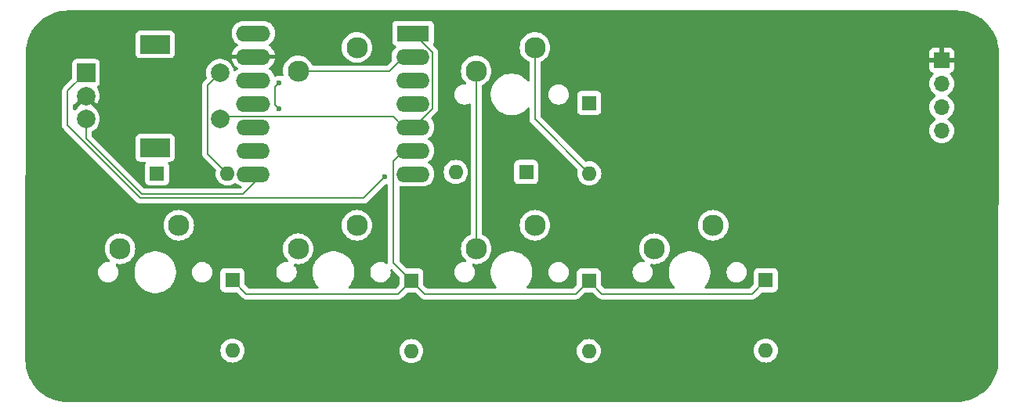
<source format=gbr>
%TF.GenerationSoftware,KiCad,Pcbnew,8.0.6*%
%TF.CreationDate,2024-10-22T23:25:27+01:00*%
%TF.ProjectId,hello22,68656c6c-6f32-4322-9e6b-696361645f70,rev?*%
%TF.SameCoordinates,Original*%
%TF.FileFunction,Copper,L2,Bot*%
%TF.FilePolarity,Positive*%
%FSLAX46Y46*%
G04 Gerber Fmt 4.6, Leading zero omitted, Abs format (unit mm)*
G04 Created by KiCad (PCBNEW 8.0.6) date 2024-10-22 23:25:27*
%MOMM*%
%LPD*%
G01*
G04 APERTURE LIST*
%TA.AperFunction,ComponentPad*%
%ADD10C,2.300000*%
%TD*%
%TA.AperFunction,ComponentPad*%
%ADD11R,2.000000X2.000000*%
%TD*%
%TA.AperFunction,ComponentPad*%
%ADD12C,2.000000*%
%TD*%
%TA.AperFunction,ComponentPad*%
%ADD13R,3.200000X2.000000*%
%TD*%
%TA.AperFunction,ComponentPad*%
%ADD14R,1.600000X1.600000*%
%TD*%
%TA.AperFunction,ComponentPad*%
%ADD15O,1.600000X1.600000*%
%TD*%
%TA.AperFunction,ComponentPad*%
%ADD16R,3.500000X1.700000*%
%TD*%
%TA.AperFunction,ComponentPad*%
%ADD17O,3.600000X1.700000*%
%TD*%
%TA.AperFunction,ComponentPad*%
%ADD18O,3.700000X1.700000*%
%TD*%
%TA.AperFunction,ComponentPad*%
%ADD19R,1.700000X1.700000*%
%TD*%
%TA.AperFunction,ComponentPad*%
%ADD20O,1.700000X1.700000*%
%TD*%
%TA.AperFunction,ViaPad*%
%ADD21C,0.600000*%
%TD*%
%TA.AperFunction,Conductor*%
%ADD22C,0.200000*%
%TD*%
G04 APERTURE END LIST*
D10*
%TO.P,SW4,1,1*%
%TO.N,Col 3*%
X102065000Y-103335000D03*
%TO.P,SW4,2,2*%
%TO.N,Net-(D7-A)*%
X108415000Y-100795000D03*
%TD*%
%TO.P,SW6,1,1*%
%TO.N,Col 3*%
X102065000Y-122585000D03*
%TO.P,SW6,2,2*%
%TO.N,Net-(D8-A)*%
X108415000Y-120045000D03*
%TD*%
D11*
%TO.P,SW5,A,A*%
%TO.N,Encoder A*%
X59875000Y-103550000D03*
D12*
%TO.P,SW5,B,B*%
%TO.N,Encoder B*%
X59875000Y-108550000D03*
%TO.P,SW5,C,C*%
%TO.N,GND*%
X59875000Y-106050000D03*
D13*
%TO.P,SW5,MP*%
%TO.N,N/C*%
X67375000Y-100450000D03*
X67375000Y-111650000D03*
D12*
%TO.P,SW5,S1,S1*%
%TO.N,Col 1*%
X74375000Y-108550000D03*
%TO.P,SW5,S2,S2*%
%TO.N,Encoder S2*%
X74375000Y-103550000D03*
%TD*%
D14*
%TO.P,D2,1,K*%
%TO.N,Col 1*%
X67564000Y-114427000D03*
D15*
%TO.P,D2,2,A*%
%TO.N,Encoder S2*%
X75184000Y-114427000D03*
%TD*%
D10*
%TO.P,SW3,1,1*%
%TO.N,Col 2*%
X82815000Y-122585000D03*
%TO.P,SW3,2,2*%
%TO.N,Net-(D6-A)*%
X89165000Y-120045000D03*
%TD*%
%TO.P,SW1,1,1*%
%TO.N,Col 1*%
X63565000Y-122585000D03*
%TO.P,SW1,2,2*%
%TO.N,Net-(D1-A)*%
X69915000Y-120045000D03*
%TD*%
D14*
%TO.P,D6,1,K*%
%TO.N,Row 2*%
X95046800Y-126034800D03*
D15*
%TO.P,D6,2,A*%
%TO.N,Net-(D6-A)*%
X95046800Y-133654800D03*
%TD*%
D14*
%TO.P,D8,1,K*%
%TO.N,Row 2*%
X114223800Y-126034800D03*
D15*
%TO.P,D8,2,A*%
%TO.N,Net-(D8-A)*%
X114223800Y-133654800D03*
%TD*%
D14*
%TO.P,D9,1,K*%
%TO.N,Row 2*%
X133350000Y-125984000D03*
D15*
%TO.P,D9,2,A*%
%TO.N,Net-(D9-A)*%
X133350000Y-133604000D03*
%TD*%
D10*
%TO.P,SW2,1,1*%
%TO.N,Col 2*%
X82815000Y-103335000D03*
%TO.P,SW2,2,2*%
%TO.N,Net-(D5-A)*%
X89165000Y-100795000D03*
%TD*%
D14*
%TO.P,D7,1,K*%
%TO.N,Col 1*%
X114274600Y-106807000D03*
D15*
%TO.P,D7,2,A*%
%TO.N,Net-(D7-A)*%
X114274600Y-114427000D03*
%TD*%
D14*
%TO.P,D5,1,K*%
%TO.N,Col 1*%
X107467400Y-114274600D03*
D15*
%TO.P,D5,2,A*%
%TO.N,Net-(D5-A)*%
X99847400Y-114274600D03*
%TD*%
D10*
%TO.P,SW7,1,1*%
%TO.N,Col 4*%
X121315000Y-122585000D03*
%TO.P,SW7,2,2*%
%TO.N,Net-(D9-A)*%
X127665000Y-120045000D03*
%TD*%
D14*
%TO.P,D1,1,K*%
%TO.N,Row 2*%
X75717400Y-125984000D03*
D15*
%TO.P,D1,2,A*%
%TO.N,Net-(D1-A)*%
X75717400Y-133604000D03*
%TD*%
D16*
%TO.P,U1,1,PA02_A0_D0*%
%TO.N,Col 1*%
X95234000Y-99263200D03*
D17*
%TO.P,U1,2,PA4_A1_D1*%
%TO.N,Col 2*%
X95234000Y-101803200D03*
%TO.P,U1,3,PA10_A2_D2*%
%TO.N,Col 3*%
X95234000Y-104343200D03*
%TO.P,U1,4,PA11_A3_D3*%
%TO.N,Col 4*%
X95234000Y-106883200D03*
%TO.P,U1,5,PA8_A4_D4_SDA*%
%TO.N,Col 1*%
X95234000Y-109423200D03*
%TO.P,U1,6,PA9_A5_D5_SCL*%
%TO.N,Row 2*%
X95234000Y-111963200D03*
%TO.P,U1,7,PB08_A6_D6_TX*%
%TO.N,Encoder A*%
X95234000Y-114503200D03*
%TO.P,U1,8,PB09_A7_D7_RX*%
%TO.N,Encoder B*%
X77984000Y-114503200D03*
%TO.P,U1,9,PA7_A8_D8_SCK*%
%TO.N,OLED SDA*%
X77984000Y-111963200D03*
%TO.P,U1,10,PA5_A9_D9_MISO*%
%TO.N,OLED SCL*%
X77984000Y-109423200D03*
D18*
%TO.P,U1,11,PA6_A10_D10_MOSI*%
%TO.N,unconnected-(U1-PA6_A10_D10_MOSI-Pad11)*%
X77984000Y-106883200D03*
%TO.P,U1,12,3V3*%
%TO.N,unconnected-(U1-3V3-Pad12)*%
X77984000Y-104343200D03*
%TO.P,U1,13,GND*%
%TO.N,GND*%
X77984000Y-101803200D03*
%TO.P,U1,14,5V*%
%TO.N,VCC*%
X77984000Y-99263200D03*
%TD*%
D19*
%TO.P,U2,1,GND*%
%TO.N,GND*%
X152365000Y-102180000D03*
D20*
%TO.P,U2,2,VCC_IN*%
%TO.N,VCC*%
X152365000Y-104720000D03*
%TO.P,U2,3,SCL*%
%TO.N,OLED SCL*%
X152365000Y-107260000D03*
%TO.P,U2,4,SDA*%
%TO.N,OLED SDA*%
X152365000Y-109800000D03*
%TD*%
D21*
%TO.N,Encoder A*%
X92202000Y-114808000D03*
%TO.N,OLED SDA*%
X80772000Y-107442000D03*
X80772000Y-104648000D03*
%TD*%
D22*
%TO.N,Row 2*%
X96480900Y-127468900D02*
X95046800Y-126034800D01*
X133350000Y-125984000D02*
X131865100Y-127468900D01*
X93134000Y-124122000D02*
X93134000Y-113063200D01*
X77202300Y-127468900D02*
X75717400Y-125984000D01*
X115657900Y-127468900D02*
X114223800Y-126034800D01*
X95046800Y-126034800D02*
X93134000Y-124122000D01*
X93612700Y-127468900D02*
X77202300Y-127468900D01*
X114223800Y-126034800D02*
X112789700Y-127468900D01*
X112789700Y-127468900D02*
X96480900Y-127468900D01*
X93134000Y-113063200D02*
X94234000Y-111963200D01*
X95046800Y-126034800D02*
X93612700Y-127468900D01*
X131865100Y-127468900D02*
X115657900Y-127468900D01*
%TO.N,Col 1*%
X95300800Y-109423200D02*
X94234000Y-109423200D01*
X97334000Y-107390000D02*
X95300800Y-109423200D01*
X74651800Y-108273200D02*
X93084000Y-108273200D01*
X94234000Y-99263200D02*
X95270346Y-99263200D01*
X93084000Y-108273200D02*
X94234000Y-109423200D01*
X95270346Y-99263200D02*
X97334000Y-101326854D01*
X97334000Y-101326854D02*
X97334000Y-107390000D01*
X74375000Y-108550000D02*
X74651800Y-108273200D01*
%TO.N,Encoder S2*%
X73075000Y-112318000D02*
X73075000Y-104850000D01*
X75184000Y-114427000D02*
X73075000Y-112318000D01*
X73075000Y-104850000D02*
X74375000Y-103550000D01*
%TO.N,Net-(D7-A)*%
X108415000Y-108567400D02*
X114274600Y-114427000D01*
X108415000Y-100795000D02*
X108415000Y-108567400D01*
%TO.N,Col 2*%
X82815000Y-103335000D02*
X92702200Y-103335000D01*
X92702200Y-103335000D02*
X94234000Y-101803200D01*
%TO.N,Col 3*%
X102065000Y-103335000D02*
X102065000Y-122585000D01*
%TO.N,Encoder A*%
X65786000Y-117094000D02*
X89916000Y-117094000D01*
X89916000Y-117094000D02*
X92202000Y-114808000D01*
X57912000Y-105513000D02*
X57912000Y-109220000D01*
X59875000Y-103550000D02*
X57912000Y-105513000D01*
X57912000Y-109220000D02*
X65786000Y-117094000D01*
%TO.N,Encoder B*%
X59875000Y-110617314D02*
X65951686Y-116694000D01*
X78984000Y-114564000D02*
X78984000Y-114503200D01*
X76854000Y-116694000D02*
X78984000Y-114564000D01*
X59875000Y-108550000D02*
X59875000Y-110617314D01*
X65951686Y-116694000D02*
X76854000Y-116694000D01*
%TO.N,OLED SDA*%
X80344100Y-105075900D02*
X80344100Y-107014100D01*
X80772000Y-104648000D02*
X80344100Y-105075900D01*
X80344100Y-107014100D02*
X80772000Y-107442000D01*
%TD*%
%TA.AperFunction,Conductor*%
%TO.N,GND*%
G36*
X59409075Y-106242993D02*
G01*
X59474901Y-106357007D01*
X59567993Y-106450099D01*
X59682007Y-106515925D01*
X59745590Y-106532962D01*
X58999100Y-107279450D01*
X58988482Y-107326148D01*
X58956376Y-107363556D01*
X58855252Y-107442265D01*
X58727729Y-107580792D01*
X58667842Y-107616783D01*
X58598004Y-107614682D01*
X58540388Y-107575158D01*
X58513287Y-107510758D01*
X58512500Y-107496809D01*
X58512500Y-107042984D01*
X58532185Y-106975945D01*
X58584989Y-106930190D01*
X58649293Y-106919646D01*
X58651565Y-106919881D01*
X59392037Y-106179408D01*
X59409075Y-106242993D01*
G37*
%TD.AperFunction*%
%TA.AperFunction,Conductor*%
G36*
X153962804Y-96802719D02*
G01*
X154353844Y-96819793D01*
X154364581Y-96820733D01*
X154749956Y-96871468D01*
X154760594Y-96873343D01*
X155140091Y-96957476D01*
X155150517Y-96960270D01*
X155521236Y-97077157D01*
X155531371Y-97080846D01*
X155890488Y-97229598D01*
X155900280Y-97234164D01*
X156245066Y-97413648D01*
X156254406Y-97419041D01*
X156524533Y-97591131D01*
X156582223Y-97627884D01*
X156591084Y-97634088D01*
X156899453Y-97870708D01*
X156907740Y-97877662D01*
X157194303Y-98140249D01*
X157201952Y-98147898D01*
X157464539Y-98434462D01*
X157471493Y-98442749D01*
X157708107Y-98751110D01*
X157714312Y-98759971D01*
X157923157Y-99087792D01*
X157928565Y-99097160D01*
X158108033Y-99441916D01*
X158112605Y-99451720D01*
X158261348Y-99810816D01*
X158265047Y-99820979D01*
X158372278Y-100161072D01*
X158381928Y-100191676D01*
X158384727Y-100202123D01*
X158414585Y-100336807D01*
X158468854Y-100581599D01*
X158470732Y-100592252D01*
X158521465Y-100977602D01*
X158522408Y-100988378D01*
X158539480Y-101379410D01*
X158539598Y-101384954D01*
X158503579Y-134545616D01*
X158503500Y-134546842D01*
X158503500Y-134617293D01*
X158503382Y-134622702D01*
X158486310Y-135013723D01*
X158485367Y-135024500D01*
X158434634Y-135409848D01*
X158432756Y-135420501D01*
X158348628Y-135799978D01*
X158345828Y-135810427D01*
X158228949Y-136181120D01*
X158225249Y-136191285D01*
X158076507Y-136550381D01*
X158071935Y-136560185D01*
X157892465Y-136904942D01*
X157887057Y-136914310D01*
X157678213Y-137242130D01*
X157672008Y-137250991D01*
X157435394Y-137559353D01*
X157428440Y-137567640D01*
X157165853Y-137854204D01*
X157158204Y-137861853D01*
X156871640Y-138124440D01*
X156863353Y-138131394D01*
X156554991Y-138368008D01*
X156546130Y-138374213D01*
X156218310Y-138583057D01*
X156208942Y-138588465D01*
X155864185Y-138767935D01*
X155854381Y-138772507D01*
X155495285Y-138921249D01*
X155485120Y-138924949D01*
X155114427Y-139041828D01*
X155103978Y-139044628D01*
X154724501Y-139128756D01*
X154713848Y-139130634D01*
X154328500Y-139181367D01*
X154317723Y-139182310D01*
X153926703Y-139199382D01*
X153921294Y-139199500D01*
X57914706Y-139199500D01*
X57909297Y-139199382D01*
X57518276Y-139182310D01*
X57507501Y-139181367D01*
X57418792Y-139169688D01*
X57122151Y-139130634D01*
X57111498Y-139128756D01*
X56732021Y-139044628D01*
X56721572Y-139041828D01*
X56350879Y-138924949D01*
X56340714Y-138921249D01*
X55981618Y-138772507D01*
X55971814Y-138767935D01*
X55627057Y-138588465D01*
X55617689Y-138583057D01*
X55289869Y-138374213D01*
X55281008Y-138368008D01*
X54972646Y-138131394D01*
X54964359Y-138124440D01*
X54677795Y-137861853D01*
X54670146Y-137854204D01*
X54407559Y-137567640D01*
X54400605Y-137559353D01*
X54163991Y-137250991D01*
X54157786Y-137242130D01*
X53948942Y-136914310D01*
X53943534Y-136904942D01*
X53764064Y-136560185D01*
X53759492Y-136550381D01*
X53610744Y-136191270D01*
X53607055Y-136181135D01*
X53490168Y-135810416D01*
X53487374Y-135799990D01*
X53403241Y-135420493D01*
X53401365Y-135409848D01*
X53350630Y-135024477D01*
X53349690Y-135013742D01*
X53332621Y-134622770D01*
X53332503Y-134617227D01*
X53333603Y-133603998D01*
X74411932Y-133603998D01*
X74411932Y-133604001D01*
X74431764Y-133830686D01*
X74431766Y-133830697D01*
X74490658Y-134050488D01*
X74490661Y-134050497D01*
X74586831Y-134256732D01*
X74586832Y-134256734D01*
X74717354Y-134443141D01*
X74878258Y-134604045D01*
X74878261Y-134604047D01*
X75064666Y-134734568D01*
X75270904Y-134830739D01*
X75270909Y-134830740D01*
X75270911Y-134830741D01*
X75323815Y-134844916D01*
X75490708Y-134889635D01*
X75652630Y-134903801D01*
X75717398Y-134909468D01*
X75717400Y-134909468D01*
X75717402Y-134909468D01*
X75774073Y-134904509D01*
X75944092Y-134889635D01*
X76163896Y-134830739D01*
X76370134Y-134734568D01*
X76556539Y-134604047D01*
X76717447Y-134443139D01*
X76847968Y-134256734D01*
X76944139Y-134050496D01*
X77003035Y-133830692D01*
X77018424Y-133654798D01*
X93741332Y-133654798D01*
X93741332Y-133654801D01*
X93761164Y-133881486D01*
X93761166Y-133881497D01*
X93820058Y-134101288D01*
X93820061Y-134101297D01*
X93916231Y-134307532D01*
X93916232Y-134307534D01*
X94046754Y-134493941D01*
X94207658Y-134654845D01*
X94207661Y-134654847D01*
X94394066Y-134785368D01*
X94600304Y-134881539D01*
X94820108Y-134940435D01*
X94982030Y-134954601D01*
X95046798Y-134960268D01*
X95046800Y-134960268D01*
X95046802Y-134960268D01*
X95103473Y-134955309D01*
X95273492Y-134940435D01*
X95493296Y-134881539D01*
X95699534Y-134785368D01*
X95885939Y-134654847D01*
X96046847Y-134493939D01*
X96177368Y-134307534D01*
X96273539Y-134101296D01*
X96332435Y-133881492D01*
X96352268Y-133654800D01*
X96352268Y-133654798D01*
X112918332Y-133654798D01*
X112918332Y-133654801D01*
X112938164Y-133881486D01*
X112938166Y-133881497D01*
X112997058Y-134101288D01*
X112997061Y-134101297D01*
X113093231Y-134307532D01*
X113093232Y-134307534D01*
X113223754Y-134493941D01*
X113384658Y-134654845D01*
X113384661Y-134654847D01*
X113571066Y-134785368D01*
X113777304Y-134881539D01*
X113997108Y-134940435D01*
X114159030Y-134954601D01*
X114223798Y-134960268D01*
X114223800Y-134960268D01*
X114223802Y-134960268D01*
X114280473Y-134955309D01*
X114450492Y-134940435D01*
X114670296Y-134881539D01*
X114876534Y-134785368D01*
X115062939Y-134654847D01*
X115223847Y-134493939D01*
X115354368Y-134307534D01*
X115450539Y-134101296D01*
X115509435Y-133881492D01*
X115529268Y-133654800D01*
X115524823Y-133603998D01*
X132044532Y-133603998D01*
X132044532Y-133604001D01*
X132064364Y-133830686D01*
X132064366Y-133830697D01*
X132123258Y-134050488D01*
X132123261Y-134050497D01*
X132219431Y-134256732D01*
X132219432Y-134256734D01*
X132349954Y-134443141D01*
X132510858Y-134604045D01*
X132510861Y-134604047D01*
X132697266Y-134734568D01*
X132903504Y-134830739D01*
X132903509Y-134830740D01*
X132903511Y-134830741D01*
X132956415Y-134844916D01*
X133123308Y-134889635D01*
X133285230Y-134903801D01*
X133349998Y-134909468D01*
X133350000Y-134909468D01*
X133350002Y-134909468D01*
X133406673Y-134904509D01*
X133576692Y-134889635D01*
X133796496Y-134830739D01*
X134002734Y-134734568D01*
X134189139Y-134604047D01*
X134350047Y-134443139D01*
X134480568Y-134256734D01*
X134576739Y-134050496D01*
X134635635Y-133830692D01*
X134655468Y-133604000D01*
X134635635Y-133377308D01*
X134576739Y-133157504D01*
X134480568Y-132951266D01*
X134350047Y-132764861D01*
X134350045Y-132764858D01*
X134189141Y-132603954D01*
X134002734Y-132473432D01*
X134002732Y-132473431D01*
X133796497Y-132377261D01*
X133796488Y-132377258D01*
X133576697Y-132318366D01*
X133576693Y-132318365D01*
X133576692Y-132318365D01*
X133576691Y-132318364D01*
X133576686Y-132318364D01*
X133350002Y-132298532D01*
X133349998Y-132298532D01*
X133123313Y-132318364D01*
X133123302Y-132318366D01*
X132903511Y-132377258D01*
X132903502Y-132377261D01*
X132697267Y-132473431D01*
X132697265Y-132473432D01*
X132510858Y-132603954D01*
X132349954Y-132764858D01*
X132219432Y-132951265D01*
X132219431Y-132951267D01*
X132123261Y-133157502D01*
X132123258Y-133157511D01*
X132064366Y-133377302D01*
X132064364Y-133377313D01*
X132044532Y-133603998D01*
X115524823Y-133603998D01*
X115509435Y-133428108D01*
X115450539Y-133208304D01*
X115354368Y-133002066D01*
X115223847Y-132815661D01*
X115223845Y-132815658D01*
X115062941Y-132654754D01*
X114876534Y-132524232D01*
X114876532Y-132524231D01*
X114670297Y-132428061D01*
X114670288Y-132428058D01*
X114450497Y-132369166D01*
X114450493Y-132369165D01*
X114450492Y-132369165D01*
X114450491Y-132369164D01*
X114450486Y-132369164D01*
X114223802Y-132349332D01*
X114223798Y-132349332D01*
X113997113Y-132369164D01*
X113997102Y-132369166D01*
X113777311Y-132428058D01*
X113777302Y-132428061D01*
X113571067Y-132524231D01*
X113571065Y-132524232D01*
X113384658Y-132654754D01*
X113223754Y-132815658D01*
X113093232Y-133002065D01*
X113093231Y-133002067D01*
X112997061Y-133208302D01*
X112997058Y-133208311D01*
X112938166Y-133428102D01*
X112938164Y-133428113D01*
X112918332Y-133654798D01*
X96352268Y-133654798D01*
X96332435Y-133428108D01*
X96273539Y-133208304D01*
X96177368Y-133002066D01*
X96046847Y-132815661D01*
X96046845Y-132815658D01*
X95885941Y-132654754D01*
X95699534Y-132524232D01*
X95699532Y-132524231D01*
X95493297Y-132428061D01*
X95493288Y-132428058D01*
X95273497Y-132369166D01*
X95273493Y-132369165D01*
X95273492Y-132369165D01*
X95273491Y-132369164D01*
X95273486Y-132369164D01*
X95046802Y-132349332D01*
X95046798Y-132349332D01*
X94820113Y-132369164D01*
X94820102Y-132369166D01*
X94600311Y-132428058D01*
X94600302Y-132428061D01*
X94394067Y-132524231D01*
X94394065Y-132524232D01*
X94207658Y-132654754D01*
X94046754Y-132815658D01*
X93916232Y-133002065D01*
X93916231Y-133002067D01*
X93820061Y-133208302D01*
X93820058Y-133208311D01*
X93761166Y-133428102D01*
X93761164Y-133428113D01*
X93741332Y-133654798D01*
X77018424Y-133654798D01*
X77022868Y-133604000D01*
X77003035Y-133377308D01*
X76944139Y-133157504D01*
X76847968Y-132951266D01*
X76717447Y-132764861D01*
X76717445Y-132764858D01*
X76556541Y-132603954D01*
X76370134Y-132473432D01*
X76370132Y-132473431D01*
X76163897Y-132377261D01*
X76163888Y-132377258D01*
X75944097Y-132318366D01*
X75944093Y-132318365D01*
X75944092Y-132318365D01*
X75944091Y-132318364D01*
X75944086Y-132318364D01*
X75717402Y-132298532D01*
X75717398Y-132298532D01*
X75490713Y-132318364D01*
X75490702Y-132318366D01*
X75270911Y-132377258D01*
X75270902Y-132377261D01*
X75064667Y-132473431D01*
X75064665Y-132473432D01*
X74878258Y-132603954D01*
X74717354Y-132764858D01*
X74586832Y-132951265D01*
X74586831Y-132951267D01*
X74490661Y-133157502D01*
X74490658Y-133157511D01*
X74431766Y-133377302D01*
X74431764Y-133377313D01*
X74411932Y-133603998D01*
X53333603Y-133603998D01*
X53334033Y-133208302D01*
X53342907Y-125038312D01*
X61193600Y-125038312D01*
X61193600Y-125211687D01*
X61220720Y-125382913D01*
X61274290Y-125547788D01*
X61274291Y-125547791D01*
X61352998Y-125702260D01*
X61454899Y-125842514D01*
X61577486Y-125965101D01*
X61717740Y-126067002D01*
X61793502Y-126105604D01*
X61872208Y-126145708D01*
X61872211Y-126145709D01*
X61954648Y-126172494D01*
X62037088Y-126199280D01*
X62116391Y-126211840D01*
X62208313Y-126226400D01*
X62208318Y-126226400D01*
X62381687Y-126226400D01*
X62464695Y-126213252D01*
X62552912Y-126199280D01*
X62717791Y-126145708D01*
X62872260Y-126067002D01*
X63012514Y-125965101D01*
X63135101Y-125842514D01*
X63237002Y-125702260D01*
X63315708Y-125547791D01*
X63369280Y-125382912D01*
X63386831Y-125272099D01*
X63396400Y-125211687D01*
X63396400Y-125038312D01*
X63386831Y-124977900D01*
X65130600Y-124977900D01*
X65130600Y-125272099D01*
X65130601Y-125272116D01*
X65166818Y-125547216D01*
X65169002Y-125563800D01*
X65188052Y-125634897D01*
X65245152Y-125847994D01*
X65357734Y-126119794D01*
X65357742Y-126119810D01*
X65504840Y-126374589D01*
X65504851Y-126374605D01*
X65683948Y-126608009D01*
X65683954Y-126608016D01*
X65891983Y-126816045D01*
X65891990Y-126816051D01*
X65912610Y-126831873D01*
X66125403Y-126995155D01*
X66125410Y-126995159D01*
X66380189Y-127142257D01*
X66380205Y-127142265D01*
X66652005Y-127254847D01*
X66652007Y-127254847D01*
X66652013Y-127254850D01*
X66936200Y-127330998D01*
X67227894Y-127369400D01*
X67227901Y-127369400D01*
X67522099Y-127369400D01*
X67522106Y-127369400D01*
X67813800Y-127330998D01*
X68097987Y-127254850D01*
X68171318Y-127224475D01*
X68369794Y-127142265D01*
X68369797Y-127142263D01*
X68369803Y-127142261D01*
X68624597Y-126995155D01*
X68858011Y-126816050D01*
X69066050Y-126608011D01*
X69245155Y-126374597D01*
X69392261Y-126119803D01*
X69504850Y-125847987D01*
X69580998Y-125563800D01*
X69619400Y-125272106D01*
X69619400Y-125038312D01*
X71353600Y-125038312D01*
X71353600Y-125211687D01*
X71380720Y-125382913D01*
X71434290Y-125547788D01*
X71434291Y-125547791D01*
X71512998Y-125702260D01*
X71614899Y-125842514D01*
X71737486Y-125965101D01*
X71877740Y-126067002D01*
X71953502Y-126105604D01*
X72032208Y-126145708D01*
X72032211Y-126145709D01*
X72114648Y-126172494D01*
X72197088Y-126199280D01*
X72276391Y-126211840D01*
X72368313Y-126226400D01*
X72368318Y-126226400D01*
X72541687Y-126226400D01*
X72624695Y-126213252D01*
X72712912Y-126199280D01*
X72877791Y-126145708D01*
X73032260Y-126067002D01*
X73172514Y-125965101D01*
X73295101Y-125842514D01*
X73397002Y-125702260D01*
X73475708Y-125547791D01*
X73529280Y-125382912D01*
X73546831Y-125272099D01*
X73556400Y-125211687D01*
X73556400Y-125038312D01*
X73530890Y-124877254D01*
X73529280Y-124867088D01*
X73475708Y-124702209D01*
X73475708Y-124702208D01*
X73397001Y-124547739D01*
X73355571Y-124490716D01*
X73295101Y-124407486D01*
X73172514Y-124284899D01*
X73032260Y-124182998D01*
X72986286Y-124159573D01*
X72877791Y-124104291D01*
X72877788Y-124104290D01*
X72712913Y-124050720D01*
X72541687Y-124023600D01*
X72541682Y-124023600D01*
X72368318Y-124023600D01*
X72368313Y-124023600D01*
X72197086Y-124050720D01*
X72032211Y-124104290D01*
X72032208Y-124104291D01*
X71877739Y-124182998D01*
X71806215Y-124234964D01*
X71737486Y-124284899D01*
X71737484Y-124284901D01*
X71737483Y-124284901D01*
X71614901Y-124407483D01*
X71614901Y-124407484D01*
X71614899Y-124407486D01*
X71571136Y-124467719D01*
X71512998Y-124547739D01*
X71434291Y-124702208D01*
X71434290Y-124702211D01*
X71380720Y-124867086D01*
X71353600Y-125038312D01*
X69619400Y-125038312D01*
X69619400Y-124977894D01*
X69580998Y-124686200D01*
X69504850Y-124402013D01*
X69504847Y-124402005D01*
X69392265Y-124130205D01*
X69392257Y-124130189D01*
X69245159Y-123875410D01*
X69245155Y-123875403D01*
X69066050Y-123641989D01*
X69066045Y-123641983D01*
X68858016Y-123433954D01*
X68858009Y-123433948D01*
X68624605Y-123254851D01*
X68624603Y-123254849D01*
X68624597Y-123254845D01*
X68624592Y-123254842D01*
X68624589Y-123254840D01*
X68369810Y-123107742D01*
X68369794Y-123107734D01*
X68097994Y-122995152D01*
X67813796Y-122919001D01*
X67522116Y-122880601D01*
X67522111Y-122880600D01*
X67522106Y-122880600D01*
X67227894Y-122880600D01*
X67227888Y-122880600D01*
X67227883Y-122880601D01*
X66936203Y-122919001D01*
X66652005Y-122995152D01*
X66380205Y-123107734D01*
X66380189Y-123107742D01*
X66125410Y-123254840D01*
X66125394Y-123254851D01*
X65891990Y-123433948D01*
X65891983Y-123433954D01*
X65683954Y-123641983D01*
X65683948Y-123641990D01*
X65504851Y-123875394D01*
X65504840Y-123875410D01*
X65357742Y-124130189D01*
X65357734Y-124130205D01*
X65245152Y-124402005D01*
X65169001Y-124686203D01*
X65130601Y-124977883D01*
X65130600Y-124977900D01*
X63386831Y-124977900D01*
X63370890Y-124877254D01*
X63369280Y-124867088D01*
X63315708Y-124702209D01*
X63315708Y-124702208D01*
X63237001Y-124547739D01*
X63195571Y-124490716D01*
X63135101Y-124407486D01*
X63135098Y-124407483D01*
X63132237Y-124403545D01*
X63133985Y-124402274D01*
X63109102Y-124346721D01*
X63119549Y-124277637D01*
X63165687Y-124225167D01*
X63232868Y-124205971D01*
X63260902Y-124209392D01*
X63306006Y-124220221D01*
X63565000Y-124240604D01*
X63823994Y-124220221D01*
X64076610Y-124159573D01*
X64316628Y-124060154D01*
X64538140Y-123924412D01*
X64735689Y-123755689D01*
X64904412Y-123558140D01*
X65040154Y-123336628D01*
X65139573Y-123096610D01*
X65200221Y-122843994D01*
X65220604Y-122585000D01*
X65200221Y-122326006D01*
X65139573Y-122073390D01*
X65040154Y-121833372D01*
X64904412Y-121611860D01*
X64735689Y-121414311D01*
X64538140Y-121245588D01*
X64316628Y-121109846D01*
X64316627Y-121109845D01*
X64316623Y-121109843D01*
X64136200Y-121035110D01*
X64076610Y-121010427D01*
X64076611Y-121010427D01*
X63884857Y-120964391D01*
X63823994Y-120949779D01*
X63823992Y-120949778D01*
X63823991Y-120949778D01*
X63565000Y-120929396D01*
X63306009Y-120949778D01*
X63053389Y-121010427D01*
X62813376Y-121109843D01*
X62591859Y-121245588D01*
X62394311Y-121414311D01*
X62225588Y-121611859D01*
X62089843Y-121833376D01*
X61990427Y-122073389D01*
X61929778Y-122326009D01*
X61909396Y-122585000D01*
X61929778Y-122843990D01*
X61990427Y-123096610D01*
X62089843Y-123336623D01*
X62089845Y-123336627D01*
X62089846Y-123336628D01*
X62225588Y-123558140D01*
X62394311Y-123755689D01*
X62452410Y-123805310D01*
X62490603Y-123863817D01*
X62491101Y-123933685D01*
X62453748Y-123992731D01*
X62390401Y-124022209D01*
X62371878Y-124023600D01*
X62208313Y-124023600D01*
X62037086Y-124050720D01*
X61872211Y-124104290D01*
X61872208Y-124104291D01*
X61717739Y-124182998D01*
X61646215Y-124234964D01*
X61577486Y-124284899D01*
X61577484Y-124284901D01*
X61577483Y-124284901D01*
X61454901Y-124407483D01*
X61454901Y-124407484D01*
X61454899Y-124407486D01*
X61411136Y-124467719D01*
X61352998Y-124547739D01*
X61274291Y-124702208D01*
X61274290Y-124702211D01*
X61220720Y-124867086D01*
X61193600Y-125038312D01*
X53342907Y-125038312D01*
X53348330Y-120045000D01*
X68259396Y-120045000D01*
X68279778Y-120303990D01*
X68340427Y-120556610D01*
X68439843Y-120796623D01*
X68439845Y-120796627D01*
X68439846Y-120796628D01*
X68575588Y-121018140D01*
X68744311Y-121215689D01*
X68941860Y-121384412D01*
X69163372Y-121520154D01*
X69163374Y-121520154D01*
X69163376Y-121520156D01*
X69224693Y-121545554D01*
X69403390Y-121619573D01*
X69656006Y-121680221D01*
X69915000Y-121700604D01*
X70173994Y-121680221D01*
X70426610Y-121619573D01*
X70666628Y-121520154D01*
X70888140Y-121384412D01*
X71085689Y-121215689D01*
X71254412Y-121018140D01*
X71390154Y-120796628D01*
X71489573Y-120556610D01*
X71550221Y-120303994D01*
X71570604Y-120045000D01*
X87509396Y-120045000D01*
X87529778Y-120303990D01*
X87590427Y-120556610D01*
X87689843Y-120796623D01*
X87689845Y-120796627D01*
X87689846Y-120796628D01*
X87825588Y-121018140D01*
X87994311Y-121215689D01*
X88191860Y-121384412D01*
X88413372Y-121520154D01*
X88413374Y-121520154D01*
X88413376Y-121520156D01*
X88474693Y-121545554D01*
X88653390Y-121619573D01*
X88906006Y-121680221D01*
X89165000Y-121700604D01*
X89423994Y-121680221D01*
X89676610Y-121619573D01*
X89916628Y-121520154D01*
X90138140Y-121384412D01*
X90335689Y-121215689D01*
X90504412Y-121018140D01*
X90640154Y-120796628D01*
X90739573Y-120556610D01*
X90800221Y-120303994D01*
X90820604Y-120045000D01*
X90800221Y-119786006D01*
X90739573Y-119533390D01*
X90640154Y-119293372D01*
X90504412Y-119071860D01*
X90335689Y-118874311D01*
X90138140Y-118705588D01*
X89916628Y-118569846D01*
X89916627Y-118569845D01*
X89916623Y-118569843D01*
X89750627Y-118501086D01*
X89676610Y-118470427D01*
X89676611Y-118470427D01*
X89538921Y-118437370D01*
X89423994Y-118409779D01*
X89423992Y-118409778D01*
X89423991Y-118409778D01*
X89165000Y-118389396D01*
X88906009Y-118409778D01*
X88653389Y-118470427D01*
X88413376Y-118569843D01*
X88191859Y-118705588D01*
X87994311Y-118874311D01*
X87825588Y-119071859D01*
X87689843Y-119293376D01*
X87590427Y-119533389D01*
X87529778Y-119786009D01*
X87509396Y-120045000D01*
X71570604Y-120045000D01*
X71550221Y-119786006D01*
X71489573Y-119533390D01*
X71390154Y-119293372D01*
X71254412Y-119071860D01*
X71085689Y-118874311D01*
X70888140Y-118705588D01*
X70666628Y-118569846D01*
X70666627Y-118569845D01*
X70666623Y-118569843D01*
X70500627Y-118501086D01*
X70426610Y-118470427D01*
X70426611Y-118470427D01*
X70288921Y-118437370D01*
X70173994Y-118409779D01*
X70173992Y-118409778D01*
X70173991Y-118409778D01*
X69915000Y-118389396D01*
X69656009Y-118409778D01*
X69403389Y-118470427D01*
X69163376Y-118569843D01*
X68941859Y-118705588D01*
X68744311Y-118874311D01*
X68575588Y-119071859D01*
X68439843Y-119293376D01*
X68340427Y-119533389D01*
X68279778Y-119786009D01*
X68259396Y-120045000D01*
X53348330Y-120045000D01*
X53360002Y-109299054D01*
X57311498Y-109299054D01*
X57321488Y-109336335D01*
X57352423Y-109451785D01*
X57365702Y-109474785D01*
X57381358Y-109501900D01*
X57381359Y-109501904D01*
X57381360Y-109501904D01*
X57414825Y-109559869D01*
X57431479Y-109588714D01*
X57431481Y-109588717D01*
X57550349Y-109707585D01*
X57550354Y-109707589D01*
X65417284Y-117574520D01*
X65417286Y-117574521D01*
X65417290Y-117574524D01*
X65554209Y-117653573D01*
X65554216Y-117653577D01*
X65706943Y-117694501D01*
X65706945Y-117694501D01*
X65872654Y-117694501D01*
X65872670Y-117694500D01*
X89829331Y-117694500D01*
X89829347Y-117694501D01*
X89836943Y-117694501D01*
X89995054Y-117694501D01*
X89995057Y-117694501D01*
X90147785Y-117653577D01*
X90197904Y-117624639D01*
X90284716Y-117574520D01*
X90396520Y-117462716D01*
X90396520Y-117462714D01*
X90406728Y-117452507D01*
X90406730Y-117452504D01*
X92220535Y-115638698D01*
X92281856Y-115605215D01*
X92294311Y-115603163D01*
X92381255Y-115593368D01*
X92381260Y-115593366D01*
X92381901Y-115593220D01*
X92382332Y-115593246D01*
X92388177Y-115592588D01*
X92388292Y-115593611D01*
X92451640Y-115597490D01*
X92508000Y-115638786D01*
X92533087Y-115703996D01*
X92533500Y-115714110D01*
X92533500Y-124035330D01*
X92533499Y-124035348D01*
X92533499Y-124122170D01*
X92513814Y-124189209D01*
X92461010Y-124234964D01*
X92391852Y-124244908D01*
X92336613Y-124222488D01*
X92282260Y-124182998D01*
X92127791Y-124104291D01*
X92127788Y-124104290D01*
X91962913Y-124050720D01*
X91791687Y-124023600D01*
X91791682Y-124023600D01*
X91618318Y-124023600D01*
X91618313Y-124023600D01*
X91447086Y-124050720D01*
X91282211Y-124104290D01*
X91282208Y-124104291D01*
X91127739Y-124182998D01*
X91056215Y-124234964D01*
X90987486Y-124284899D01*
X90987484Y-124284901D01*
X90987483Y-124284901D01*
X90864901Y-124407483D01*
X90864901Y-124407484D01*
X90864899Y-124407486D01*
X90821136Y-124467719D01*
X90762998Y-124547739D01*
X90684291Y-124702208D01*
X90684290Y-124702211D01*
X90630720Y-124867086D01*
X90603600Y-125038312D01*
X90603600Y-125211687D01*
X90630720Y-125382913D01*
X90684290Y-125547788D01*
X90684291Y-125547791D01*
X90762998Y-125702260D01*
X90864899Y-125842514D01*
X90987486Y-125965101D01*
X91127740Y-126067002D01*
X91203502Y-126105604D01*
X91282208Y-126145708D01*
X91282211Y-126145709D01*
X91364648Y-126172494D01*
X91447088Y-126199280D01*
X91526391Y-126211840D01*
X91618313Y-126226400D01*
X91618318Y-126226400D01*
X91791687Y-126226400D01*
X91874695Y-126213252D01*
X91962912Y-126199280D01*
X92127791Y-126145708D01*
X92282260Y-126067002D01*
X92422514Y-125965101D01*
X92545101Y-125842514D01*
X92647002Y-125702260D01*
X92725708Y-125547791D01*
X92779280Y-125382912D01*
X92796831Y-125272099D01*
X92806400Y-125211687D01*
X92806400Y-125038313D01*
X92791825Y-124946294D01*
X92800779Y-124877000D01*
X92845775Y-124823548D01*
X92912527Y-124802908D01*
X92979840Y-124821633D01*
X93001979Y-124839214D01*
X93709981Y-125547216D01*
X93743466Y-125608539D01*
X93746300Y-125634897D01*
X93746300Y-126434701D01*
X93726615Y-126501740D01*
X93709985Y-126522377D01*
X93400282Y-126832082D01*
X93338961Y-126865566D01*
X93312603Y-126868400D01*
X88355024Y-126868400D01*
X88287985Y-126848715D01*
X88242230Y-126795911D01*
X88232286Y-126726753D01*
X88261311Y-126663197D01*
X88267343Y-126656719D01*
X88316045Y-126608016D01*
X88316050Y-126608011D01*
X88495155Y-126374597D01*
X88642261Y-126119803D01*
X88754850Y-125847987D01*
X88830998Y-125563800D01*
X88869400Y-125272106D01*
X88869400Y-124977894D01*
X88830998Y-124686200D01*
X88754850Y-124402013D01*
X88754847Y-124402005D01*
X88642265Y-124130205D01*
X88642257Y-124130189D01*
X88495159Y-123875410D01*
X88495155Y-123875403D01*
X88316050Y-123641989D01*
X88316045Y-123641983D01*
X88108016Y-123433954D01*
X88108009Y-123433948D01*
X87874605Y-123254851D01*
X87874603Y-123254849D01*
X87874597Y-123254845D01*
X87874592Y-123254842D01*
X87874589Y-123254840D01*
X87619810Y-123107742D01*
X87619794Y-123107734D01*
X87347994Y-122995152D01*
X87063796Y-122919001D01*
X86772116Y-122880601D01*
X86772111Y-122880600D01*
X86772106Y-122880600D01*
X86477894Y-122880600D01*
X86477888Y-122880600D01*
X86477883Y-122880601D01*
X86186203Y-122919001D01*
X85902005Y-122995152D01*
X85630205Y-123107734D01*
X85630189Y-123107742D01*
X85375410Y-123254840D01*
X85375394Y-123254851D01*
X85141990Y-123433948D01*
X85141983Y-123433954D01*
X84933954Y-123641983D01*
X84933948Y-123641990D01*
X84754851Y-123875394D01*
X84754840Y-123875410D01*
X84607742Y-124130189D01*
X84607734Y-124130205D01*
X84495152Y-124402005D01*
X84419001Y-124686203D01*
X84380601Y-124977883D01*
X84380600Y-124977900D01*
X84380600Y-125272099D01*
X84380601Y-125272116D01*
X84416818Y-125547216D01*
X84419002Y-125563800D01*
X84438052Y-125634897D01*
X84495152Y-125847994D01*
X84607734Y-126119794D01*
X84607742Y-126119810D01*
X84754840Y-126374589D01*
X84754851Y-126374605D01*
X84933948Y-126608009D01*
X84933954Y-126608016D01*
X84982657Y-126656719D01*
X85016142Y-126718042D01*
X85011158Y-126787734D01*
X84969286Y-126843667D01*
X84903822Y-126868084D01*
X84894976Y-126868400D01*
X77502398Y-126868400D01*
X77435359Y-126848715D01*
X77414717Y-126832081D01*
X77054218Y-126471582D01*
X77020733Y-126410259D01*
X77017899Y-126383901D01*
X77017899Y-125136129D01*
X77017898Y-125136123D01*
X77017897Y-125136116D01*
X77011491Y-125076517D01*
X76997241Y-125038312D01*
X80443600Y-125038312D01*
X80443600Y-125211687D01*
X80470720Y-125382913D01*
X80524290Y-125547788D01*
X80524291Y-125547791D01*
X80602998Y-125702260D01*
X80704899Y-125842514D01*
X80827486Y-125965101D01*
X80967740Y-126067002D01*
X81043502Y-126105604D01*
X81122208Y-126145708D01*
X81122211Y-126145709D01*
X81204648Y-126172494D01*
X81287088Y-126199280D01*
X81366391Y-126211840D01*
X81458313Y-126226400D01*
X81458318Y-126226400D01*
X81631687Y-126226400D01*
X81714695Y-126213252D01*
X81802912Y-126199280D01*
X81967791Y-126145708D01*
X82122260Y-126067002D01*
X82262514Y-125965101D01*
X82385101Y-125842514D01*
X82487002Y-125702260D01*
X82565708Y-125547791D01*
X82619280Y-125382912D01*
X82636831Y-125272099D01*
X82646400Y-125211687D01*
X82646400Y-125038312D01*
X82620890Y-124877254D01*
X82619280Y-124867088D01*
X82565708Y-124702209D01*
X82565708Y-124702208D01*
X82487001Y-124547739D01*
X82445571Y-124490716D01*
X82385101Y-124407486D01*
X82385098Y-124407483D01*
X82382237Y-124403545D01*
X82383985Y-124402274D01*
X82359102Y-124346721D01*
X82369549Y-124277637D01*
X82415687Y-124225167D01*
X82482868Y-124205971D01*
X82510902Y-124209392D01*
X82556006Y-124220221D01*
X82815000Y-124240604D01*
X83073994Y-124220221D01*
X83326610Y-124159573D01*
X83566628Y-124060154D01*
X83788140Y-123924412D01*
X83985689Y-123755689D01*
X84154412Y-123558140D01*
X84290154Y-123336628D01*
X84389573Y-123096610D01*
X84450221Y-122843994D01*
X84470604Y-122585000D01*
X84450221Y-122326006D01*
X84389573Y-122073390D01*
X84290154Y-121833372D01*
X84154412Y-121611860D01*
X83985689Y-121414311D01*
X83788140Y-121245588D01*
X83566628Y-121109846D01*
X83566627Y-121109845D01*
X83566623Y-121109843D01*
X83386200Y-121035110D01*
X83326610Y-121010427D01*
X83326611Y-121010427D01*
X83134857Y-120964391D01*
X83073994Y-120949779D01*
X83073992Y-120949778D01*
X83073991Y-120949778D01*
X82815000Y-120929396D01*
X82556009Y-120949778D01*
X82303389Y-121010427D01*
X82063376Y-121109843D01*
X81841859Y-121245588D01*
X81644311Y-121414311D01*
X81475588Y-121611859D01*
X81339843Y-121833376D01*
X81240427Y-122073389D01*
X81179778Y-122326009D01*
X81159396Y-122585000D01*
X81179778Y-122843990D01*
X81240427Y-123096610D01*
X81339843Y-123336623D01*
X81339845Y-123336627D01*
X81339846Y-123336628D01*
X81475588Y-123558140D01*
X81644311Y-123755689D01*
X81702410Y-123805310D01*
X81740603Y-123863817D01*
X81741101Y-123933685D01*
X81703748Y-123992731D01*
X81640401Y-124022209D01*
X81621878Y-124023600D01*
X81458313Y-124023600D01*
X81287086Y-124050720D01*
X81122211Y-124104290D01*
X81122208Y-124104291D01*
X80967739Y-124182998D01*
X80896215Y-124234964D01*
X80827486Y-124284899D01*
X80827484Y-124284901D01*
X80827483Y-124284901D01*
X80704901Y-124407483D01*
X80704901Y-124407484D01*
X80704899Y-124407486D01*
X80661136Y-124467719D01*
X80602998Y-124547739D01*
X80524291Y-124702208D01*
X80524290Y-124702211D01*
X80470720Y-124867086D01*
X80443600Y-125038312D01*
X76997241Y-125038312D01*
X76961197Y-124941671D01*
X76961193Y-124941664D01*
X76874947Y-124826455D01*
X76874944Y-124826452D01*
X76759735Y-124740206D01*
X76759728Y-124740202D01*
X76624882Y-124689908D01*
X76624883Y-124689908D01*
X76565283Y-124683501D01*
X76565281Y-124683500D01*
X76565273Y-124683500D01*
X76565264Y-124683500D01*
X74869529Y-124683500D01*
X74869523Y-124683501D01*
X74809916Y-124689908D01*
X74675071Y-124740202D01*
X74675064Y-124740206D01*
X74559855Y-124826452D01*
X74559852Y-124826455D01*
X74473606Y-124941664D01*
X74473602Y-124941671D01*
X74423308Y-125076517D01*
X74417847Y-125127316D01*
X74416901Y-125136123D01*
X74416900Y-125136135D01*
X74416900Y-126831870D01*
X74416901Y-126831876D01*
X74423308Y-126891483D01*
X74473602Y-127026328D01*
X74473606Y-127026335D01*
X74559852Y-127141544D01*
X74559855Y-127141547D01*
X74675064Y-127227793D01*
X74675071Y-127227797D01*
X74809917Y-127278091D01*
X74809916Y-127278091D01*
X74816844Y-127278835D01*
X74869527Y-127284500D01*
X76117301Y-127284499D01*
X76184340Y-127304184D01*
X76204982Y-127320818D01*
X76833584Y-127949420D01*
X76833586Y-127949421D01*
X76833590Y-127949424D01*
X76970509Y-128028473D01*
X76970516Y-128028477D01*
X77123243Y-128069401D01*
X77123245Y-128069401D01*
X77288954Y-128069401D01*
X77288970Y-128069400D01*
X93526031Y-128069400D01*
X93526047Y-128069401D01*
X93533643Y-128069401D01*
X93691754Y-128069401D01*
X93691757Y-128069401D01*
X93844485Y-128028477D01*
X93894604Y-127999539D01*
X93981416Y-127949420D01*
X94093220Y-127837616D01*
X94093220Y-127837614D01*
X94103428Y-127827407D01*
X94103430Y-127827404D01*
X94559216Y-127371618D01*
X94620539Y-127338133D01*
X94646897Y-127335299D01*
X95446701Y-127335299D01*
X95513740Y-127354984D01*
X95534382Y-127371618D01*
X96112184Y-127949420D01*
X96112186Y-127949421D01*
X96112190Y-127949424D01*
X96249109Y-128028473D01*
X96249116Y-128028477D01*
X96401843Y-128069401D01*
X96401845Y-128069401D01*
X96567554Y-128069401D01*
X96567570Y-128069400D01*
X112703031Y-128069400D01*
X112703047Y-128069401D01*
X112710643Y-128069401D01*
X112868754Y-128069401D01*
X112868757Y-128069401D01*
X113021485Y-128028477D01*
X113071604Y-127999539D01*
X113158416Y-127949420D01*
X113270220Y-127837616D01*
X113270220Y-127837614D01*
X113280428Y-127827407D01*
X113280430Y-127827404D01*
X113736216Y-127371618D01*
X113797539Y-127338133D01*
X113823897Y-127335299D01*
X114623701Y-127335299D01*
X114690740Y-127354984D01*
X114711382Y-127371618D01*
X115289184Y-127949420D01*
X115289186Y-127949421D01*
X115289190Y-127949424D01*
X115426109Y-128028473D01*
X115426116Y-128028477D01*
X115578843Y-128069401D01*
X115578845Y-128069401D01*
X115744554Y-128069401D01*
X115744570Y-128069400D01*
X131778431Y-128069400D01*
X131778447Y-128069401D01*
X131786043Y-128069401D01*
X131944154Y-128069401D01*
X131944157Y-128069401D01*
X132096885Y-128028477D01*
X132147004Y-127999539D01*
X132233816Y-127949420D01*
X132345620Y-127837616D01*
X132345620Y-127837614D01*
X132355828Y-127827407D01*
X132355830Y-127827404D01*
X132862416Y-127320818D01*
X132923739Y-127287333D01*
X132950097Y-127284499D01*
X134197871Y-127284499D01*
X134197872Y-127284499D01*
X134257483Y-127278091D01*
X134392331Y-127227796D01*
X134507546Y-127141546D01*
X134593796Y-127026331D01*
X134644091Y-126891483D01*
X134650500Y-126831873D01*
X134650499Y-125136128D01*
X134644091Y-125076517D01*
X134629841Y-125038312D01*
X134593797Y-124941671D01*
X134593793Y-124941664D01*
X134507547Y-124826455D01*
X134507544Y-124826452D01*
X134392335Y-124740206D01*
X134392328Y-124740202D01*
X134257482Y-124689908D01*
X134257483Y-124689908D01*
X134197883Y-124683501D01*
X134197881Y-124683500D01*
X134197873Y-124683500D01*
X134197864Y-124683500D01*
X132502129Y-124683500D01*
X132502123Y-124683501D01*
X132442516Y-124689908D01*
X132307671Y-124740202D01*
X132307664Y-124740206D01*
X132192455Y-124826452D01*
X132192452Y-124826455D01*
X132106206Y-124941664D01*
X132106202Y-124941671D01*
X132055908Y-125076517D01*
X132050447Y-125127316D01*
X132049501Y-125136123D01*
X132049500Y-125136135D01*
X132049500Y-126383901D01*
X132029815Y-126450940D01*
X132013181Y-126471582D01*
X131652684Y-126832081D01*
X131591361Y-126865566D01*
X131565003Y-126868400D01*
X126855024Y-126868400D01*
X126787985Y-126848715D01*
X126742230Y-126795911D01*
X126732286Y-126726753D01*
X126761311Y-126663197D01*
X126767343Y-126656719D01*
X126816045Y-126608016D01*
X126816050Y-126608011D01*
X126995155Y-126374597D01*
X127142261Y-126119803D01*
X127254850Y-125847987D01*
X127330998Y-125563800D01*
X127369400Y-125272106D01*
X127369400Y-125038312D01*
X129103600Y-125038312D01*
X129103600Y-125211687D01*
X129130720Y-125382913D01*
X129184290Y-125547788D01*
X129184291Y-125547791D01*
X129262998Y-125702260D01*
X129364899Y-125842514D01*
X129487486Y-125965101D01*
X129627740Y-126067002D01*
X129703502Y-126105604D01*
X129782208Y-126145708D01*
X129782211Y-126145709D01*
X129864648Y-126172494D01*
X129947088Y-126199280D01*
X130026391Y-126211840D01*
X130118313Y-126226400D01*
X130118318Y-126226400D01*
X130291687Y-126226400D01*
X130374695Y-126213252D01*
X130462912Y-126199280D01*
X130627791Y-126145708D01*
X130782260Y-126067002D01*
X130922514Y-125965101D01*
X131045101Y-125842514D01*
X131147002Y-125702260D01*
X131225708Y-125547791D01*
X131279280Y-125382912D01*
X131296831Y-125272099D01*
X131306400Y-125211687D01*
X131306400Y-125038312D01*
X131280890Y-124877254D01*
X131279280Y-124867088D01*
X131225708Y-124702209D01*
X131225708Y-124702208D01*
X131147001Y-124547739D01*
X131105571Y-124490716D01*
X131045101Y-124407486D01*
X130922514Y-124284899D01*
X130782260Y-124182998D01*
X130736286Y-124159573D01*
X130627791Y-124104291D01*
X130627788Y-124104290D01*
X130462913Y-124050720D01*
X130291687Y-124023600D01*
X130291682Y-124023600D01*
X130118318Y-124023600D01*
X130118313Y-124023600D01*
X129947086Y-124050720D01*
X129782211Y-124104290D01*
X129782208Y-124104291D01*
X129627739Y-124182998D01*
X129556215Y-124234964D01*
X129487486Y-124284899D01*
X129487484Y-124284901D01*
X129487483Y-124284901D01*
X129364901Y-124407483D01*
X129364901Y-124407484D01*
X129364899Y-124407486D01*
X129321136Y-124467719D01*
X129262998Y-124547739D01*
X129184291Y-124702208D01*
X129184290Y-124702211D01*
X129130720Y-124867086D01*
X129103600Y-125038312D01*
X127369400Y-125038312D01*
X127369400Y-124977894D01*
X127330998Y-124686200D01*
X127254850Y-124402013D01*
X127254847Y-124402005D01*
X127142265Y-124130205D01*
X127142257Y-124130189D01*
X126995159Y-123875410D01*
X126995155Y-123875403D01*
X126816050Y-123641989D01*
X126816045Y-123641983D01*
X126608016Y-123433954D01*
X126608009Y-123433948D01*
X126374605Y-123254851D01*
X126374603Y-123254849D01*
X126374597Y-123254845D01*
X126374592Y-123254842D01*
X126374589Y-123254840D01*
X126119810Y-123107742D01*
X126119794Y-123107734D01*
X125847994Y-122995152D01*
X125563796Y-122919001D01*
X125272116Y-122880601D01*
X125272111Y-122880600D01*
X125272106Y-122880600D01*
X124977894Y-122880600D01*
X124977888Y-122880600D01*
X124977883Y-122880601D01*
X124686203Y-122919001D01*
X124402005Y-122995152D01*
X124130205Y-123107734D01*
X124130189Y-123107742D01*
X123875410Y-123254840D01*
X123875394Y-123254851D01*
X123641990Y-123433948D01*
X123641983Y-123433954D01*
X123433954Y-123641983D01*
X123433948Y-123641990D01*
X123254851Y-123875394D01*
X123254840Y-123875410D01*
X123107742Y-124130189D01*
X123107734Y-124130205D01*
X122995152Y-124402005D01*
X122919001Y-124686203D01*
X122880601Y-124977883D01*
X122880600Y-124977900D01*
X122880600Y-125272099D01*
X122880601Y-125272116D01*
X122916818Y-125547216D01*
X122919002Y-125563800D01*
X122938052Y-125634897D01*
X122995152Y-125847994D01*
X123107734Y-126119794D01*
X123107742Y-126119810D01*
X123254840Y-126374589D01*
X123254851Y-126374605D01*
X123433948Y-126608009D01*
X123433954Y-126608016D01*
X123482657Y-126656719D01*
X123516142Y-126718042D01*
X123511158Y-126787734D01*
X123469286Y-126843667D01*
X123403822Y-126868084D01*
X123394976Y-126868400D01*
X115957998Y-126868400D01*
X115890959Y-126848715D01*
X115870317Y-126832081D01*
X115560618Y-126522382D01*
X115527133Y-126461059D01*
X115524299Y-126434701D01*
X115524299Y-125186929D01*
X115524298Y-125186923D01*
X115524297Y-125186916D01*
X115517891Y-125127317D01*
X115498943Y-125076516D01*
X115484694Y-125038312D01*
X118943600Y-125038312D01*
X118943600Y-125211687D01*
X118970720Y-125382913D01*
X119024290Y-125547788D01*
X119024291Y-125547791D01*
X119102998Y-125702260D01*
X119204899Y-125842514D01*
X119327486Y-125965101D01*
X119467740Y-126067002D01*
X119543502Y-126105604D01*
X119622208Y-126145708D01*
X119622211Y-126145709D01*
X119704648Y-126172494D01*
X119787088Y-126199280D01*
X119866391Y-126211840D01*
X119958313Y-126226400D01*
X119958318Y-126226400D01*
X120131687Y-126226400D01*
X120214695Y-126213252D01*
X120302912Y-126199280D01*
X120467791Y-126145708D01*
X120622260Y-126067002D01*
X120762514Y-125965101D01*
X120885101Y-125842514D01*
X120987002Y-125702260D01*
X121065708Y-125547791D01*
X121119280Y-125382912D01*
X121136831Y-125272099D01*
X121146400Y-125211687D01*
X121146400Y-125038312D01*
X121120890Y-124877254D01*
X121119280Y-124867088D01*
X121065708Y-124702209D01*
X121065708Y-124702208D01*
X120987001Y-124547739D01*
X120945571Y-124490716D01*
X120885101Y-124407486D01*
X120885098Y-124407483D01*
X120882237Y-124403545D01*
X120883985Y-124402274D01*
X120859102Y-124346721D01*
X120869549Y-124277637D01*
X120915687Y-124225167D01*
X120982868Y-124205971D01*
X121010902Y-124209392D01*
X121056006Y-124220221D01*
X121315000Y-124240604D01*
X121573994Y-124220221D01*
X121826610Y-124159573D01*
X122066628Y-124060154D01*
X122288140Y-123924412D01*
X122485689Y-123755689D01*
X122654412Y-123558140D01*
X122790154Y-123336628D01*
X122889573Y-123096610D01*
X122950221Y-122843994D01*
X122970604Y-122585000D01*
X122950221Y-122326006D01*
X122889573Y-122073390D01*
X122790154Y-121833372D01*
X122654412Y-121611860D01*
X122485689Y-121414311D01*
X122288140Y-121245588D01*
X122066628Y-121109846D01*
X122066627Y-121109845D01*
X122066623Y-121109843D01*
X121886200Y-121035110D01*
X121826610Y-121010427D01*
X121826611Y-121010427D01*
X121634857Y-120964391D01*
X121573994Y-120949779D01*
X121573992Y-120949778D01*
X121573991Y-120949778D01*
X121315000Y-120929396D01*
X121056009Y-120949778D01*
X120803389Y-121010427D01*
X120563376Y-121109843D01*
X120341859Y-121245588D01*
X120144311Y-121414311D01*
X119975588Y-121611859D01*
X119839843Y-121833376D01*
X119740427Y-122073389D01*
X119679778Y-122326009D01*
X119659396Y-122585000D01*
X119679778Y-122843990D01*
X119740427Y-123096610D01*
X119839843Y-123336623D01*
X119839845Y-123336627D01*
X119839846Y-123336628D01*
X119975588Y-123558140D01*
X120144311Y-123755689D01*
X120202410Y-123805310D01*
X120240603Y-123863817D01*
X120241101Y-123933685D01*
X120203748Y-123992731D01*
X120140401Y-124022209D01*
X120121878Y-124023600D01*
X119958313Y-124023600D01*
X119787086Y-124050720D01*
X119622211Y-124104290D01*
X119622208Y-124104291D01*
X119467739Y-124182998D01*
X119396215Y-124234964D01*
X119327486Y-124284899D01*
X119327484Y-124284901D01*
X119327483Y-124284901D01*
X119204901Y-124407483D01*
X119204901Y-124407484D01*
X119204899Y-124407486D01*
X119161136Y-124467719D01*
X119102998Y-124547739D01*
X119024291Y-124702208D01*
X119024290Y-124702211D01*
X118970720Y-124867086D01*
X118943600Y-125038312D01*
X115484694Y-125038312D01*
X115467597Y-124992471D01*
X115467593Y-124992464D01*
X115381347Y-124877255D01*
X115381344Y-124877252D01*
X115266135Y-124791006D01*
X115266128Y-124791002D01*
X115131282Y-124740708D01*
X115131283Y-124740708D01*
X115071683Y-124734301D01*
X115071681Y-124734300D01*
X115071673Y-124734300D01*
X115071664Y-124734300D01*
X113375929Y-124734300D01*
X113375923Y-124734301D01*
X113316316Y-124740708D01*
X113181471Y-124791002D01*
X113181464Y-124791006D01*
X113066255Y-124877252D01*
X113066252Y-124877255D01*
X112980006Y-124992464D01*
X112980002Y-124992471D01*
X112929708Y-125127317D01*
X112923301Y-125186916D01*
X112923301Y-125186923D01*
X112923300Y-125186935D01*
X112923300Y-126434701D01*
X112903615Y-126501740D01*
X112886985Y-126522377D01*
X112577282Y-126832082D01*
X112515961Y-126865566D01*
X112489603Y-126868400D01*
X107605024Y-126868400D01*
X107537985Y-126848715D01*
X107492230Y-126795911D01*
X107482286Y-126726753D01*
X107511311Y-126663197D01*
X107517343Y-126656719D01*
X107566045Y-126608016D01*
X107566050Y-126608011D01*
X107745155Y-126374597D01*
X107892261Y-126119803D01*
X108004850Y-125847987D01*
X108080998Y-125563800D01*
X108119400Y-125272106D01*
X108119400Y-125038312D01*
X109853600Y-125038312D01*
X109853600Y-125211687D01*
X109880720Y-125382913D01*
X109934290Y-125547788D01*
X109934291Y-125547791D01*
X110012998Y-125702260D01*
X110114899Y-125842514D01*
X110237486Y-125965101D01*
X110377740Y-126067002D01*
X110453502Y-126105604D01*
X110532208Y-126145708D01*
X110532211Y-126145709D01*
X110614648Y-126172494D01*
X110697088Y-126199280D01*
X110776391Y-126211840D01*
X110868313Y-126226400D01*
X110868318Y-126226400D01*
X111041687Y-126226400D01*
X111124695Y-126213252D01*
X111212912Y-126199280D01*
X111377791Y-126145708D01*
X111532260Y-126067002D01*
X111672514Y-125965101D01*
X111795101Y-125842514D01*
X111897002Y-125702260D01*
X111975708Y-125547791D01*
X112029280Y-125382912D01*
X112046831Y-125272099D01*
X112056400Y-125211687D01*
X112056400Y-125038312D01*
X112030890Y-124877254D01*
X112029280Y-124867088D01*
X111975708Y-124702209D01*
X111975708Y-124702208D01*
X111897001Y-124547739D01*
X111855571Y-124490716D01*
X111795101Y-124407486D01*
X111672514Y-124284899D01*
X111532260Y-124182998D01*
X111486286Y-124159573D01*
X111377791Y-124104291D01*
X111377788Y-124104290D01*
X111212913Y-124050720D01*
X111041687Y-124023600D01*
X111041682Y-124023600D01*
X110868318Y-124023600D01*
X110868313Y-124023600D01*
X110697086Y-124050720D01*
X110532211Y-124104290D01*
X110532208Y-124104291D01*
X110377739Y-124182998D01*
X110306215Y-124234964D01*
X110237486Y-124284899D01*
X110237484Y-124284901D01*
X110237483Y-124284901D01*
X110114901Y-124407483D01*
X110114901Y-124407484D01*
X110114899Y-124407486D01*
X110071136Y-124467719D01*
X110012998Y-124547739D01*
X109934291Y-124702208D01*
X109934290Y-124702211D01*
X109880720Y-124867086D01*
X109853600Y-125038312D01*
X108119400Y-125038312D01*
X108119400Y-124977894D01*
X108080998Y-124686200D01*
X108004850Y-124402013D01*
X108004847Y-124402005D01*
X107892265Y-124130205D01*
X107892257Y-124130189D01*
X107745159Y-123875410D01*
X107745155Y-123875403D01*
X107566050Y-123641989D01*
X107566045Y-123641983D01*
X107358016Y-123433954D01*
X107358009Y-123433948D01*
X107124605Y-123254851D01*
X107124603Y-123254849D01*
X107124597Y-123254845D01*
X107124592Y-123254842D01*
X107124589Y-123254840D01*
X106869810Y-123107742D01*
X106869794Y-123107734D01*
X106597994Y-122995152D01*
X106313796Y-122919001D01*
X106022116Y-122880601D01*
X106022111Y-122880600D01*
X106022106Y-122880600D01*
X105727894Y-122880600D01*
X105727888Y-122880600D01*
X105727883Y-122880601D01*
X105436203Y-122919001D01*
X105152005Y-122995152D01*
X104880205Y-123107734D01*
X104880189Y-123107742D01*
X104625410Y-123254840D01*
X104625394Y-123254851D01*
X104391990Y-123433948D01*
X104391983Y-123433954D01*
X104183954Y-123641983D01*
X104183948Y-123641990D01*
X104004851Y-123875394D01*
X104004840Y-123875410D01*
X103857742Y-124130189D01*
X103857734Y-124130205D01*
X103745152Y-124402005D01*
X103669001Y-124686203D01*
X103630601Y-124977883D01*
X103630600Y-124977900D01*
X103630600Y-125272099D01*
X103630601Y-125272116D01*
X103666818Y-125547216D01*
X103669002Y-125563800D01*
X103688052Y-125634897D01*
X103745152Y-125847994D01*
X103857734Y-126119794D01*
X103857742Y-126119810D01*
X104004840Y-126374589D01*
X104004851Y-126374605D01*
X104183948Y-126608009D01*
X104183954Y-126608016D01*
X104232657Y-126656719D01*
X104266142Y-126718042D01*
X104261158Y-126787734D01*
X104219286Y-126843667D01*
X104153822Y-126868084D01*
X104144976Y-126868400D01*
X96780998Y-126868400D01*
X96713959Y-126848715D01*
X96693317Y-126832081D01*
X96383618Y-126522382D01*
X96350133Y-126461059D01*
X96347299Y-126434701D01*
X96347299Y-125186929D01*
X96347298Y-125186923D01*
X96347297Y-125186916D01*
X96340891Y-125127317D01*
X96321943Y-125076516D01*
X96290597Y-124992471D01*
X96290593Y-124992464D01*
X96204347Y-124877255D01*
X96204344Y-124877252D01*
X96089135Y-124791006D01*
X96089128Y-124791002D01*
X95954282Y-124740708D01*
X95954283Y-124740708D01*
X95894683Y-124734301D01*
X95894681Y-124734300D01*
X95894673Y-124734300D01*
X95894665Y-124734300D01*
X94646898Y-124734300D01*
X94579859Y-124714615D01*
X94559217Y-124697981D01*
X93770819Y-123909583D01*
X93737334Y-123848260D01*
X93734500Y-123821902D01*
X93734500Y-115915327D01*
X93754185Y-115848288D01*
X93806989Y-115802533D01*
X93876147Y-115792589D01*
X93896813Y-115797394D01*
X93967757Y-115820446D01*
X94177713Y-115853700D01*
X94177714Y-115853700D01*
X96290286Y-115853700D01*
X96290287Y-115853700D01*
X96500243Y-115820446D01*
X96702412Y-115754757D01*
X96891816Y-115658251D01*
X96960955Y-115608019D01*
X97063786Y-115533309D01*
X97063788Y-115533306D01*
X97063792Y-115533304D01*
X97214104Y-115382992D01*
X97214106Y-115382988D01*
X97214109Y-115382986D01*
X97339048Y-115211020D01*
X97339047Y-115211020D01*
X97339051Y-115211016D01*
X97435557Y-115021612D01*
X97501246Y-114819443D01*
X97534500Y-114609487D01*
X97534500Y-114396913D01*
X97515127Y-114274598D01*
X98541932Y-114274598D01*
X98541932Y-114274601D01*
X98561764Y-114501286D01*
X98561766Y-114501297D01*
X98620658Y-114721088D01*
X98620661Y-114721097D01*
X98716831Y-114927332D01*
X98716832Y-114927334D01*
X98847354Y-115113741D01*
X99008258Y-115274645D01*
X99008261Y-115274647D01*
X99194666Y-115405168D01*
X99400904Y-115501339D01*
X99620708Y-115560235D01*
X99782630Y-115574401D01*
X99847398Y-115580068D01*
X99847400Y-115580068D01*
X99847402Y-115580068D01*
X99904207Y-115575098D01*
X100074092Y-115560235D01*
X100293896Y-115501339D01*
X100500134Y-115405168D01*
X100686539Y-115274647D01*
X100847447Y-115113739D01*
X100977968Y-114927334D01*
X101074139Y-114721096D01*
X101133035Y-114501292D01*
X101152868Y-114274600D01*
X101133035Y-114047908D01*
X101074139Y-113828104D01*
X100977968Y-113621866D01*
X100847447Y-113435461D01*
X100847445Y-113435458D01*
X100686541Y-113274554D01*
X100500134Y-113144032D01*
X100500132Y-113144031D01*
X100293897Y-113047861D01*
X100293888Y-113047858D01*
X100074097Y-112988966D01*
X100074093Y-112988965D01*
X100074092Y-112988965D01*
X100074091Y-112988964D01*
X100074086Y-112988964D01*
X99847402Y-112969132D01*
X99847398Y-112969132D01*
X99620713Y-112988964D01*
X99620702Y-112988966D01*
X99400911Y-113047858D01*
X99400902Y-113047861D01*
X99194667Y-113144031D01*
X99194665Y-113144032D01*
X99008258Y-113274554D01*
X98847354Y-113435458D01*
X98716832Y-113621865D01*
X98716831Y-113621867D01*
X98620661Y-113828102D01*
X98620658Y-113828111D01*
X98561766Y-114047902D01*
X98561764Y-114047913D01*
X98541932Y-114274598D01*
X97515127Y-114274598D01*
X97501246Y-114186957D01*
X97435557Y-113984788D01*
X97339051Y-113795384D01*
X97339049Y-113795381D01*
X97339048Y-113795379D01*
X97214109Y-113623413D01*
X97063786Y-113473090D01*
X96891820Y-113348151D01*
X96891115Y-113347791D01*
X96883054Y-113343685D01*
X96832259Y-113295712D01*
X96815463Y-113227892D01*
X96837999Y-113161756D01*
X96883054Y-113122715D01*
X96891816Y-113118251D01*
X96925480Y-113093793D01*
X97063786Y-112993309D01*
X97063788Y-112993306D01*
X97063792Y-112993304D01*
X97214104Y-112842992D01*
X97214106Y-112842988D01*
X97214109Y-112842986D01*
X97339048Y-112671020D01*
X97339047Y-112671020D01*
X97339051Y-112671016D01*
X97435557Y-112481612D01*
X97501246Y-112279443D01*
X97534500Y-112069487D01*
X97534500Y-111856913D01*
X97501246Y-111646957D01*
X97435557Y-111444788D01*
X97339051Y-111255384D01*
X97339049Y-111255381D01*
X97339048Y-111255379D01*
X97214109Y-111083413D01*
X97063786Y-110933090D01*
X96891820Y-110808151D01*
X96891115Y-110807791D01*
X96883054Y-110803685D01*
X96832259Y-110755712D01*
X96815463Y-110687892D01*
X96837999Y-110621756D01*
X96883054Y-110582715D01*
X96891816Y-110578251D01*
X96941000Y-110542517D01*
X97063786Y-110453309D01*
X97063788Y-110453306D01*
X97063792Y-110453304D01*
X97214104Y-110302992D01*
X97214106Y-110302988D01*
X97214109Y-110302986D01*
X97339048Y-110131020D01*
X97339047Y-110131020D01*
X97339051Y-110131016D01*
X97435557Y-109941612D01*
X97501246Y-109739443D01*
X97534500Y-109529487D01*
X97534500Y-109316913D01*
X97501246Y-109106957D01*
X97435557Y-108904788D01*
X97339051Y-108715384D01*
X97339049Y-108715381D01*
X97339048Y-108715379D01*
X97214109Y-108543413D01*
X97209646Y-108538950D01*
X97176161Y-108477627D01*
X97181145Y-108407935D01*
X97209646Y-108363588D01*
X97441839Y-108131395D01*
X97692506Y-107880728D01*
X97692511Y-107880724D01*
X97702714Y-107870520D01*
X97702716Y-107870520D01*
X97814520Y-107758716D01*
X97869569Y-107663368D01*
X97893577Y-107621785D01*
X97934501Y-107469057D01*
X97934501Y-107310943D01*
X97934501Y-107303348D01*
X97934500Y-107303330D01*
X97934500Y-105788312D01*
X99693600Y-105788312D01*
X99693600Y-105961687D01*
X99720720Y-106132913D01*
X99774290Y-106297788D01*
X99774291Y-106297791D01*
X99851897Y-106450099D01*
X99852998Y-106452260D01*
X99954899Y-106592514D01*
X100077486Y-106715101D01*
X100217740Y-106817002D01*
X100280485Y-106848972D01*
X100372208Y-106895708D01*
X100372211Y-106895709D01*
X100454648Y-106922494D01*
X100537088Y-106949280D01*
X100616391Y-106961840D01*
X100708313Y-106976400D01*
X100708318Y-106976400D01*
X100881687Y-106976400D01*
X100964695Y-106963252D01*
X101052912Y-106949280D01*
X101217791Y-106895708D01*
X101217801Y-106895703D01*
X101284205Y-106861869D01*
X101352874Y-106848972D01*
X101417614Y-106875248D01*
X101457872Y-106932354D01*
X101464500Y-106972353D01*
X101464500Y-120964391D01*
X101444815Y-121031430D01*
X101392011Y-121077185D01*
X101387954Y-121078951D01*
X101313379Y-121109841D01*
X101091859Y-121245588D01*
X100894311Y-121414311D01*
X100725588Y-121611859D01*
X100589843Y-121833376D01*
X100490427Y-122073389D01*
X100429778Y-122326009D01*
X100409396Y-122585000D01*
X100429778Y-122843990D01*
X100490427Y-123096610D01*
X100589843Y-123336623D01*
X100589845Y-123336627D01*
X100589846Y-123336628D01*
X100725588Y-123558140D01*
X100894311Y-123755689D01*
X100952410Y-123805310D01*
X100990603Y-123863817D01*
X100991101Y-123933685D01*
X100953748Y-123992731D01*
X100890401Y-124022209D01*
X100871878Y-124023600D01*
X100708313Y-124023600D01*
X100537086Y-124050720D01*
X100372211Y-124104290D01*
X100372208Y-124104291D01*
X100217739Y-124182998D01*
X100146215Y-124234964D01*
X100077486Y-124284899D01*
X100077484Y-124284901D01*
X100077483Y-124284901D01*
X99954901Y-124407483D01*
X99954901Y-124407484D01*
X99954899Y-124407486D01*
X99911136Y-124467719D01*
X99852998Y-124547739D01*
X99774291Y-124702208D01*
X99774290Y-124702211D01*
X99720720Y-124867086D01*
X99693600Y-125038312D01*
X99693600Y-125211687D01*
X99720720Y-125382913D01*
X99774290Y-125547788D01*
X99774291Y-125547791D01*
X99852998Y-125702260D01*
X99954899Y-125842514D01*
X100077486Y-125965101D01*
X100217740Y-126067002D01*
X100293502Y-126105604D01*
X100372208Y-126145708D01*
X100372211Y-126145709D01*
X100454648Y-126172494D01*
X100537088Y-126199280D01*
X100616391Y-126211840D01*
X100708313Y-126226400D01*
X100708318Y-126226400D01*
X100881687Y-126226400D01*
X100964695Y-126213252D01*
X101052912Y-126199280D01*
X101217791Y-126145708D01*
X101372260Y-126067002D01*
X101512514Y-125965101D01*
X101635101Y-125842514D01*
X101737002Y-125702260D01*
X101815708Y-125547791D01*
X101869280Y-125382912D01*
X101886831Y-125272099D01*
X101896400Y-125211687D01*
X101896400Y-125038312D01*
X101870890Y-124877254D01*
X101869280Y-124867088D01*
X101815708Y-124702209D01*
X101815708Y-124702208D01*
X101737001Y-124547739D01*
X101695571Y-124490716D01*
X101635101Y-124407486D01*
X101635098Y-124407483D01*
X101632237Y-124403545D01*
X101633985Y-124402274D01*
X101609102Y-124346721D01*
X101619549Y-124277637D01*
X101665687Y-124225167D01*
X101732868Y-124205971D01*
X101760902Y-124209392D01*
X101806006Y-124220221D01*
X102065000Y-124240604D01*
X102323994Y-124220221D01*
X102576610Y-124159573D01*
X102816628Y-124060154D01*
X103038140Y-123924412D01*
X103235689Y-123755689D01*
X103404412Y-123558140D01*
X103540154Y-123336628D01*
X103639573Y-123096610D01*
X103700221Y-122843994D01*
X103720604Y-122585000D01*
X103700221Y-122326006D01*
X103639573Y-122073390D01*
X103540154Y-121833372D01*
X103404412Y-121611860D01*
X103235689Y-121414311D01*
X103038140Y-121245588D01*
X102816628Y-121109846D01*
X102816620Y-121109841D01*
X102742046Y-121078951D01*
X102687643Y-121035110D01*
X102665579Y-120968815D01*
X102665500Y-120964391D01*
X102665500Y-120045000D01*
X106759396Y-120045000D01*
X106779778Y-120303990D01*
X106840427Y-120556610D01*
X106939843Y-120796623D01*
X106939845Y-120796627D01*
X106939846Y-120796628D01*
X107075588Y-121018140D01*
X107244311Y-121215689D01*
X107441860Y-121384412D01*
X107663372Y-121520154D01*
X107663374Y-121520154D01*
X107663376Y-121520156D01*
X107724693Y-121545554D01*
X107903390Y-121619573D01*
X108156006Y-121680221D01*
X108415000Y-121700604D01*
X108673994Y-121680221D01*
X108926610Y-121619573D01*
X109166628Y-121520154D01*
X109388140Y-121384412D01*
X109585689Y-121215689D01*
X109754412Y-121018140D01*
X109890154Y-120796628D01*
X109989573Y-120556610D01*
X110050221Y-120303994D01*
X110070604Y-120045000D01*
X126009396Y-120045000D01*
X126029778Y-120303990D01*
X126090427Y-120556610D01*
X126189843Y-120796623D01*
X126189845Y-120796627D01*
X126189846Y-120796628D01*
X126325588Y-121018140D01*
X126494311Y-121215689D01*
X126691860Y-121384412D01*
X126913372Y-121520154D01*
X126913374Y-121520154D01*
X126913376Y-121520156D01*
X126974693Y-121545554D01*
X127153390Y-121619573D01*
X127406006Y-121680221D01*
X127665000Y-121700604D01*
X127923994Y-121680221D01*
X128176610Y-121619573D01*
X128416628Y-121520154D01*
X128638140Y-121384412D01*
X128835689Y-121215689D01*
X129004412Y-121018140D01*
X129140154Y-120796628D01*
X129239573Y-120556610D01*
X129300221Y-120303994D01*
X129320604Y-120045000D01*
X129300221Y-119786006D01*
X129239573Y-119533390D01*
X129140154Y-119293372D01*
X129004412Y-119071860D01*
X128835689Y-118874311D01*
X128638140Y-118705588D01*
X128416628Y-118569846D01*
X128416627Y-118569845D01*
X128416623Y-118569843D01*
X128250627Y-118501086D01*
X128176610Y-118470427D01*
X128176611Y-118470427D01*
X128038921Y-118437370D01*
X127923994Y-118409779D01*
X127923992Y-118409778D01*
X127923991Y-118409778D01*
X127665000Y-118389396D01*
X127406009Y-118409778D01*
X127153389Y-118470427D01*
X126913376Y-118569843D01*
X126691859Y-118705588D01*
X126494311Y-118874311D01*
X126325588Y-119071859D01*
X126189843Y-119293376D01*
X126090427Y-119533389D01*
X126029778Y-119786009D01*
X126009396Y-120045000D01*
X110070604Y-120045000D01*
X110050221Y-119786006D01*
X109989573Y-119533390D01*
X109890154Y-119293372D01*
X109754412Y-119071860D01*
X109585689Y-118874311D01*
X109388140Y-118705588D01*
X109166628Y-118569846D01*
X109166627Y-118569845D01*
X109166623Y-118569843D01*
X109000627Y-118501086D01*
X108926610Y-118470427D01*
X108926611Y-118470427D01*
X108788921Y-118437370D01*
X108673994Y-118409779D01*
X108673992Y-118409778D01*
X108673991Y-118409778D01*
X108415000Y-118389396D01*
X108156009Y-118409778D01*
X107903389Y-118470427D01*
X107663376Y-118569843D01*
X107441859Y-118705588D01*
X107244311Y-118874311D01*
X107075588Y-119071859D01*
X106939843Y-119293376D01*
X106840427Y-119533389D01*
X106779778Y-119786009D01*
X106759396Y-120045000D01*
X102665500Y-120045000D01*
X102665500Y-113426735D01*
X106166900Y-113426735D01*
X106166900Y-115122470D01*
X106166901Y-115122476D01*
X106173308Y-115182083D01*
X106223602Y-115316928D01*
X106223606Y-115316935D01*
X106309852Y-115432144D01*
X106309855Y-115432147D01*
X106425064Y-115518393D01*
X106425071Y-115518397D01*
X106559917Y-115568691D01*
X106559916Y-115568691D01*
X106566844Y-115569435D01*
X106619527Y-115575100D01*
X108315272Y-115575099D01*
X108374883Y-115568691D01*
X108509731Y-115518396D01*
X108624946Y-115432146D01*
X108711196Y-115316931D01*
X108761491Y-115182083D01*
X108767900Y-115122473D01*
X108767899Y-113426728D01*
X108761491Y-113367117D01*
X108754417Y-113348151D01*
X108711197Y-113232271D01*
X108711193Y-113232264D01*
X108624947Y-113117055D01*
X108624944Y-113117052D01*
X108509735Y-113030806D01*
X108509728Y-113030802D01*
X108374882Y-112980508D01*
X108374883Y-112980508D01*
X108315283Y-112974101D01*
X108315281Y-112974100D01*
X108315273Y-112974100D01*
X108315264Y-112974100D01*
X106619529Y-112974100D01*
X106619523Y-112974101D01*
X106559916Y-112980508D01*
X106425071Y-113030802D01*
X106425064Y-113030806D01*
X106309855Y-113117052D01*
X106309852Y-113117055D01*
X106223606Y-113232264D01*
X106223602Y-113232271D01*
X106173308Y-113367117D01*
X106166901Y-113426716D01*
X106166901Y-113426723D01*
X106166900Y-113426735D01*
X102665500Y-113426735D01*
X102665500Y-105727900D01*
X103630600Y-105727900D01*
X103630600Y-106022099D01*
X103630601Y-106022116D01*
X103656850Y-106221501D01*
X103669002Y-106313800D01*
X103723161Y-106515925D01*
X103745152Y-106597994D01*
X103857734Y-106869794D01*
X103857742Y-106869810D01*
X104004840Y-107124589D01*
X104004851Y-107124605D01*
X104183948Y-107358009D01*
X104183954Y-107358016D01*
X104391983Y-107566045D01*
X104391990Y-107566051D01*
X104507741Y-107654870D01*
X104625403Y-107745155D01*
X104625410Y-107745159D01*
X104880189Y-107892257D01*
X104880205Y-107892265D01*
X105152005Y-108004847D01*
X105152007Y-108004847D01*
X105152013Y-108004850D01*
X105436200Y-108080998D01*
X105727894Y-108119400D01*
X105727901Y-108119400D01*
X106022099Y-108119400D01*
X106022106Y-108119400D01*
X106313800Y-108080998D01*
X106597987Y-108004850D01*
X106800978Y-107920769D01*
X106869794Y-107892265D01*
X106869797Y-107892263D01*
X106869803Y-107892261D01*
X107124597Y-107745155D01*
X107358011Y-107566050D01*
X107566050Y-107358011D01*
X107584801Y-107333573D01*
X107592124Y-107324031D01*
X107648551Y-107282828D01*
X107718297Y-107278673D01*
X107779218Y-107312885D01*
X107811971Y-107374602D01*
X107814500Y-107399517D01*
X107814500Y-108480730D01*
X107814499Y-108480748D01*
X107814499Y-108646456D01*
X107855057Y-108797821D01*
X107855423Y-108799185D01*
X107855580Y-108799456D01*
X107855593Y-108799506D01*
X107855605Y-108799500D01*
X107934477Y-108936112D01*
X107934481Y-108936117D01*
X108053349Y-109054985D01*
X108053355Y-109054990D01*
X112982658Y-113984294D01*
X113016143Y-114045617D01*
X113014752Y-114104068D01*
X112988966Y-114200302D01*
X112988964Y-114200313D01*
X112969132Y-114426998D01*
X112969132Y-114427001D01*
X112988964Y-114653686D01*
X112988966Y-114653697D01*
X113047858Y-114873488D01*
X113047861Y-114873497D01*
X113144031Y-115079732D01*
X113144032Y-115079734D01*
X113274554Y-115266141D01*
X113435458Y-115427045D01*
X113474211Y-115454180D01*
X113621866Y-115557568D01*
X113828104Y-115653739D01*
X114047908Y-115712635D01*
X114209830Y-115726801D01*
X114274598Y-115732468D01*
X114274600Y-115732468D01*
X114274602Y-115732468D01*
X114331407Y-115727498D01*
X114501292Y-115712635D01*
X114721096Y-115653739D01*
X114927334Y-115557568D01*
X115113739Y-115427047D01*
X115274647Y-115266139D01*
X115405168Y-115079734D01*
X115501339Y-114873496D01*
X115560235Y-114653692D01*
X115580068Y-114427000D01*
X115560235Y-114200308D01*
X115501339Y-113980504D01*
X115405168Y-113774266D01*
X115274647Y-113587861D01*
X115274645Y-113587858D01*
X115113741Y-113426954D01*
X114927334Y-113296432D01*
X114927332Y-113296431D01*
X114721097Y-113200261D01*
X114721088Y-113200258D01*
X114501297Y-113141366D01*
X114501293Y-113141365D01*
X114501292Y-113141365D01*
X114501291Y-113141364D01*
X114501286Y-113141364D01*
X114274602Y-113121532D01*
X114274598Y-113121532D01*
X114047913Y-113141364D01*
X114047902Y-113141366D01*
X113951668Y-113167152D01*
X113881818Y-113165489D01*
X113831894Y-113135058D01*
X109051819Y-108354983D01*
X109018334Y-108293660D01*
X109015500Y-108267302D01*
X109015500Y-105788312D01*
X109853600Y-105788312D01*
X109853600Y-105961687D01*
X109880720Y-106132913D01*
X109934290Y-106297788D01*
X109934291Y-106297791D01*
X110011897Y-106450099D01*
X110012998Y-106452260D01*
X110114899Y-106592514D01*
X110237486Y-106715101D01*
X110377740Y-106817002D01*
X110440485Y-106848972D01*
X110532208Y-106895708D01*
X110532211Y-106895709D01*
X110614648Y-106922494D01*
X110697088Y-106949280D01*
X110776391Y-106961840D01*
X110868313Y-106976400D01*
X110868318Y-106976400D01*
X111041687Y-106976400D01*
X111124695Y-106963252D01*
X111212912Y-106949280D01*
X111377791Y-106895708D01*
X111532260Y-106817002D01*
X111672514Y-106715101D01*
X111795101Y-106592514D01*
X111897002Y-106452260D01*
X111975708Y-106297791D01*
X112029280Y-106132912D01*
X112046831Y-106022099D01*
X112056400Y-105961687D01*
X112056400Y-105959135D01*
X112974100Y-105959135D01*
X112974100Y-107654870D01*
X112974101Y-107654876D01*
X112980508Y-107714483D01*
X113030802Y-107849328D01*
X113030806Y-107849335D01*
X113117052Y-107964544D01*
X113117055Y-107964547D01*
X113232264Y-108050793D01*
X113232271Y-108050797D01*
X113367117Y-108101091D01*
X113367116Y-108101091D01*
X113374044Y-108101835D01*
X113426727Y-108107500D01*
X115122472Y-108107499D01*
X115182083Y-108101091D01*
X115316931Y-108050796D01*
X115432146Y-107964546D01*
X115518396Y-107849331D01*
X115568691Y-107714483D01*
X115575100Y-107654873D01*
X115575099Y-105959128D01*
X115568691Y-105899517D01*
X115566646Y-105894035D01*
X115518397Y-105764671D01*
X115518393Y-105764664D01*
X115432147Y-105649455D01*
X115432144Y-105649452D01*
X115316935Y-105563206D01*
X115316928Y-105563202D01*
X115182082Y-105512908D01*
X115182083Y-105512908D01*
X115122483Y-105506501D01*
X115122481Y-105506500D01*
X115122473Y-105506500D01*
X115122464Y-105506500D01*
X113426729Y-105506500D01*
X113426723Y-105506501D01*
X113367116Y-105512908D01*
X113232271Y-105563202D01*
X113232264Y-105563206D01*
X113117055Y-105649452D01*
X113117052Y-105649455D01*
X113030806Y-105764664D01*
X113030802Y-105764671D01*
X112980508Y-105899517D01*
X112974101Y-105959116D01*
X112974101Y-105959123D01*
X112974100Y-105959135D01*
X112056400Y-105959135D01*
X112056400Y-105788312D01*
X112031585Y-105631643D01*
X112029280Y-105617088D01*
X112002494Y-105534648D01*
X111975709Y-105452211D01*
X111975708Y-105452208D01*
X111897001Y-105297739D01*
X111795101Y-105157486D01*
X111672514Y-105034899D01*
X111532260Y-104932998D01*
X111486286Y-104909573D01*
X111377791Y-104854291D01*
X111377788Y-104854290D01*
X111212913Y-104800720D01*
X111041687Y-104773600D01*
X111041682Y-104773600D01*
X110868318Y-104773600D01*
X110868313Y-104773600D01*
X110697086Y-104800720D01*
X110532211Y-104854290D01*
X110532208Y-104854291D01*
X110377739Y-104932998D01*
X110298454Y-104990603D01*
X110237486Y-105034899D01*
X110237484Y-105034901D01*
X110237483Y-105034901D01*
X110114901Y-105157483D01*
X110114901Y-105157484D01*
X110114899Y-105157486D01*
X110071136Y-105217719D01*
X110012998Y-105297739D01*
X109934291Y-105452208D01*
X109934290Y-105452211D01*
X109880720Y-105617086D01*
X109853600Y-105788312D01*
X109015500Y-105788312D01*
X109015500Y-104719999D01*
X151009341Y-104719999D01*
X151009341Y-104720000D01*
X151029936Y-104955403D01*
X151029938Y-104955413D01*
X151091094Y-105183655D01*
X151091096Y-105183659D01*
X151091097Y-105183663D01*
X151144292Y-105297739D01*
X151190965Y-105397830D01*
X151190967Y-105397834D01*
X151326501Y-105591395D01*
X151326506Y-105591402D01*
X151493597Y-105758493D01*
X151493603Y-105758498D01*
X151679158Y-105888425D01*
X151722783Y-105943002D01*
X151729977Y-106012500D01*
X151698454Y-106074855D01*
X151679158Y-106091575D01*
X151493597Y-106221505D01*
X151326505Y-106388597D01*
X151190965Y-106582169D01*
X151190964Y-106582171D01*
X151091098Y-106796335D01*
X151091094Y-106796344D01*
X151029938Y-107024586D01*
X151029936Y-107024596D01*
X151009341Y-107259999D01*
X151009341Y-107260000D01*
X151029936Y-107495403D01*
X151029938Y-107495413D01*
X151091094Y-107723655D01*
X151091096Y-107723659D01*
X151091097Y-107723663D01*
X151101116Y-107745148D01*
X151190965Y-107937830D01*
X151190967Y-107937834D01*
X151270065Y-108050796D01*
X151318100Y-108119398D01*
X151326501Y-108131395D01*
X151326506Y-108131402D01*
X151493597Y-108298493D01*
X151493603Y-108298498D01*
X151679158Y-108428425D01*
X151722783Y-108483002D01*
X151729977Y-108552500D01*
X151698454Y-108614855D01*
X151679158Y-108631575D01*
X151493597Y-108761505D01*
X151326505Y-108928597D01*
X151190965Y-109122169D01*
X151190964Y-109122171D01*
X151091098Y-109336335D01*
X151091094Y-109336344D01*
X151029938Y-109564586D01*
X151029936Y-109564596D01*
X151009341Y-109799999D01*
X151009341Y-109800000D01*
X151029936Y-110035403D01*
X151029938Y-110035413D01*
X151091094Y-110263655D01*
X151091096Y-110263659D01*
X151091097Y-110263663D01*
X151140020Y-110368578D01*
X151190965Y-110477830D01*
X151190967Y-110477834D01*
X151264407Y-110582716D01*
X151326505Y-110671401D01*
X151493599Y-110838495D01*
X151590384Y-110906265D01*
X151687165Y-110974032D01*
X151687167Y-110974033D01*
X151687170Y-110974035D01*
X151901337Y-111073903D01*
X151901343Y-111073904D01*
X151901344Y-111073905D01*
X151936829Y-111083413D01*
X152129592Y-111135063D01*
X152317918Y-111151539D01*
X152364999Y-111155659D01*
X152365000Y-111155659D01*
X152365001Y-111155659D01*
X152404234Y-111152226D01*
X152600408Y-111135063D01*
X152828663Y-111073903D01*
X153042830Y-110974035D01*
X153236401Y-110838495D01*
X153403495Y-110671401D01*
X153539035Y-110477830D01*
X153638903Y-110263663D01*
X153700063Y-110035408D01*
X153720659Y-109800000D01*
X153700063Y-109564592D01*
X153638903Y-109336337D01*
X153539035Y-109122171D01*
X153528385Y-109106960D01*
X153403494Y-108928597D01*
X153236402Y-108761506D01*
X153236396Y-108761501D01*
X153050842Y-108631575D01*
X153007217Y-108576998D01*
X153000023Y-108507500D01*
X153031546Y-108445145D01*
X153050842Y-108428425D01*
X153080105Y-108407935D01*
X153236401Y-108298495D01*
X153403495Y-108131401D01*
X153539035Y-107937830D01*
X153638903Y-107723663D01*
X153700063Y-107495408D01*
X153720659Y-107260000D01*
X153700063Y-107024592D01*
X153638903Y-106796337D01*
X153539035Y-106582171D01*
X153528385Y-106566960D01*
X153403494Y-106388597D01*
X153236402Y-106221506D01*
X153236396Y-106221501D01*
X153050842Y-106091575D01*
X153007217Y-106036998D01*
X153000023Y-105967500D01*
X153031546Y-105905145D01*
X153050842Y-105888425D01*
X153101305Y-105853090D01*
X153236401Y-105758495D01*
X153403495Y-105591401D01*
X153539035Y-105397830D01*
X153638903Y-105183663D01*
X153700063Y-104955408D01*
X153720659Y-104720000D01*
X153700063Y-104484592D01*
X153638903Y-104256337D01*
X153539035Y-104042171D01*
X153536731Y-104038881D01*
X153403496Y-103848600D01*
X153352708Y-103797812D01*
X153281179Y-103726283D01*
X153247696Y-103664963D01*
X153252680Y-103595271D01*
X153294551Y-103539337D01*
X153325529Y-103522422D01*
X153457086Y-103473354D01*
X153457093Y-103473350D01*
X153572187Y-103387190D01*
X153572190Y-103387187D01*
X153658350Y-103272093D01*
X153658354Y-103272086D01*
X153708596Y-103137379D01*
X153708598Y-103137372D01*
X153714999Y-103077844D01*
X153715000Y-103077827D01*
X153715000Y-102430000D01*
X152798012Y-102430000D01*
X152830925Y-102372993D01*
X152865000Y-102245826D01*
X152865000Y-102114174D01*
X152830925Y-101987007D01*
X152798012Y-101930000D01*
X153715000Y-101930000D01*
X153715000Y-101282172D01*
X153714999Y-101282155D01*
X153708598Y-101222627D01*
X153708596Y-101222620D01*
X153658354Y-101087913D01*
X153658350Y-101087906D01*
X153572190Y-100972812D01*
X153572187Y-100972809D01*
X153457093Y-100886649D01*
X153457086Y-100886645D01*
X153322379Y-100836403D01*
X153322372Y-100836401D01*
X153262844Y-100830000D01*
X152615000Y-100830000D01*
X152615000Y-101746988D01*
X152557993Y-101714075D01*
X152430826Y-101680000D01*
X152299174Y-101680000D01*
X152172007Y-101714075D01*
X152115000Y-101746988D01*
X152115000Y-100830000D01*
X151467155Y-100830000D01*
X151407627Y-100836401D01*
X151407620Y-100836403D01*
X151272913Y-100886645D01*
X151272906Y-100886649D01*
X151157812Y-100972809D01*
X151157809Y-100972812D01*
X151071649Y-101087906D01*
X151071645Y-101087913D01*
X151021403Y-101222620D01*
X151021401Y-101222627D01*
X151015000Y-101282155D01*
X151015000Y-101930000D01*
X151931988Y-101930000D01*
X151899075Y-101987007D01*
X151865000Y-102114174D01*
X151865000Y-102245826D01*
X151899075Y-102372993D01*
X151931988Y-102430000D01*
X151015000Y-102430000D01*
X151015000Y-103077844D01*
X151021401Y-103137372D01*
X151021403Y-103137379D01*
X151071645Y-103272086D01*
X151071649Y-103272093D01*
X151157809Y-103387187D01*
X151157812Y-103387190D01*
X151272906Y-103473350D01*
X151272913Y-103473354D01*
X151404470Y-103522421D01*
X151460403Y-103564292D01*
X151484821Y-103629756D01*
X151469970Y-103698029D01*
X151448819Y-103726284D01*
X151326503Y-103848600D01*
X151190965Y-104042169D01*
X151190964Y-104042171D01*
X151091098Y-104256335D01*
X151091094Y-104256344D01*
X151029938Y-104484586D01*
X151029936Y-104484596D01*
X151009341Y-104719999D01*
X109015500Y-104719999D01*
X109015500Y-102415607D01*
X109035185Y-102348568D01*
X109087989Y-102302813D01*
X109092048Y-102301046D01*
X109166621Y-102270157D01*
X109166621Y-102270156D01*
X109166628Y-102270154D01*
X109388140Y-102134412D01*
X109585689Y-101965689D01*
X109754412Y-101768140D01*
X109890154Y-101546628D01*
X109989573Y-101306610D01*
X110050221Y-101053994D01*
X110070604Y-100795000D01*
X110050221Y-100536006D01*
X109989573Y-100283390D01*
X109890154Y-100043372D01*
X109754412Y-99821860D01*
X109585689Y-99624311D01*
X109388140Y-99455588D01*
X109166628Y-99319846D01*
X109166627Y-99319845D01*
X109166623Y-99319843D01*
X109000627Y-99251086D01*
X108926610Y-99220427D01*
X108926611Y-99220427D01*
X108788921Y-99187370D01*
X108673994Y-99159779D01*
X108673992Y-99159778D01*
X108673991Y-99159778D01*
X108415000Y-99139396D01*
X108156009Y-99159778D01*
X107903389Y-99220427D01*
X107663376Y-99319843D01*
X107441859Y-99455588D01*
X107244311Y-99624311D01*
X107075588Y-99821859D01*
X106939843Y-100043376D01*
X106840427Y-100283389D01*
X106779778Y-100536009D01*
X106759396Y-100795000D01*
X106779778Y-101053990D01*
X106840427Y-101306610D01*
X106939843Y-101546623D01*
X106939845Y-101546627D01*
X106939846Y-101546628D01*
X107075588Y-101768140D01*
X107244311Y-101965689D01*
X107441860Y-102134412D01*
X107663372Y-102270154D01*
X107663375Y-102270155D01*
X107663378Y-102270157D01*
X107737952Y-102301046D01*
X107792356Y-102344886D01*
X107814421Y-102411180D01*
X107814500Y-102415607D01*
X107814500Y-104350482D01*
X107794815Y-104417521D01*
X107742011Y-104463276D01*
X107672853Y-104473220D01*
X107609297Y-104444195D01*
X107592125Y-104425969D01*
X107566054Y-104391993D01*
X107566045Y-104391983D01*
X107358016Y-104183954D01*
X107358009Y-104183948D01*
X107124605Y-104004851D01*
X107124603Y-104004849D01*
X107124597Y-104004845D01*
X107124592Y-104004842D01*
X107124589Y-104004840D01*
X106869810Y-103857742D01*
X106869794Y-103857734D01*
X106597994Y-103745152D01*
X106527585Y-103726286D01*
X106313800Y-103669002D01*
X106313799Y-103669001D01*
X106313796Y-103669001D01*
X106022116Y-103630601D01*
X106022111Y-103630600D01*
X106022106Y-103630600D01*
X105727894Y-103630600D01*
X105727888Y-103630600D01*
X105727883Y-103630601D01*
X105436203Y-103669001D01*
X105152005Y-103745152D01*
X104880205Y-103857734D01*
X104880189Y-103857742D01*
X104625410Y-104004840D01*
X104625394Y-104004851D01*
X104391990Y-104183948D01*
X104391983Y-104183954D01*
X104183954Y-104391983D01*
X104183948Y-104391990D01*
X104004851Y-104625394D01*
X104004840Y-104625410D01*
X103857742Y-104880189D01*
X103857734Y-104880205D01*
X103745152Y-105152005D01*
X103669001Y-105436203D01*
X103630601Y-105727883D01*
X103630600Y-105727900D01*
X102665500Y-105727900D01*
X102665500Y-104955607D01*
X102685185Y-104888568D01*
X102737989Y-104842813D01*
X102742048Y-104841046D01*
X102816621Y-104810157D01*
X102816621Y-104810156D01*
X102816628Y-104810154D01*
X103038140Y-104674412D01*
X103235689Y-104505689D01*
X103404412Y-104308140D01*
X103540154Y-104086628D01*
X103639573Y-103846610D01*
X103700221Y-103593994D01*
X103720604Y-103335000D01*
X103700221Y-103076006D01*
X103639573Y-102823390D01*
X103540154Y-102583372D01*
X103404412Y-102361860D01*
X103235689Y-102164311D01*
X103038140Y-101995588D01*
X102816628Y-101859846D01*
X102816627Y-101859845D01*
X102816623Y-101859843D01*
X102623624Y-101779901D01*
X102576610Y-101760427D01*
X102576611Y-101760427D01*
X102438921Y-101727370D01*
X102323994Y-101699779D01*
X102323992Y-101699778D01*
X102323991Y-101699778D01*
X102065000Y-101679396D01*
X101806009Y-101699778D01*
X101553389Y-101760427D01*
X101313376Y-101859843D01*
X101091859Y-101995588D01*
X100894311Y-102164311D01*
X100725588Y-102361859D01*
X100589843Y-102583376D01*
X100490427Y-102823389D01*
X100429778Y-103076009D01*
X100409396Y-103335000D01*
X100429778Y-103593990D01*
X100490427Y-103846610D01*
X100589843Y-104086623D01*
X100589845Y-104086627D01*
X100589846Y-104086628D01*
X100725588Y-104308140D01*
X100894311Y-104505689D01*
X100952410Y-104555310D01*
X100990603Y-104613817D01*
X100991101Y-104683685D01*
X100953748Y-104742731D01*
X100890401Y-104772209D01*
X100871878Y-104773600D01*
X100708313Y-104773600D01*
X100537086Y-104800720D01*
X100372211Y-104854290D01*
X100372208Y-104854291D01*
X100217739Y-104932998D01*
X100138454Y-104990603D01*
X100077486Y-105034899D01*
X100077484Y-105034901D01*
X100077483Y-105034901D01*
X99954901Y-105157483D01*
X99954901Y-105157484D01*
X99954899Y-105157486D01*
X99911136Y-105217719D01*
X99852998Y-105297739D01*
X99774291Y-105452208D01*
X99774290Y-105452211D01*
X99720720Y-105617086D01*
X99693600Y-105788312D01*
X97934500Y-105788312D01*
X97934500Y-101247799D01*
X97934500Y-101247797D01*
X97893577Y-101095070D01*
X97869860Y-101053990D01*
X97814524Y-100958144D01*
X97814521Y-100958140D01*
X97814520Y-100958138D01*
X97702716Y-100846334D01*
X97702715Y-100846333D01*
X97698385Y-100842003D01*
X97698374Y-100841993D01*
X97411349Y-100554968D01*
X97377864Y-100493645D01*
X97382848Y-100423953D01*
X97399761Y-100392979D01*
X97427796Y-100355531D01*
X97478091Y-100220683D01*
X97484500Y-100161073D01*
X97484499Y-98365328D01*
X97478091Y-98305717D01*
X97427796Y-98170869D01*
X97427795Y-98170868D01*
X97427793Y-98170864D01*
X97341547Y-98055655D01*
X97341544Y-98055652D01*
X97226335Y-97969406D01*
X97226328Y-97969402D01*
X97091482Y-97919108D01*
X97091483Y-97919108D01*
X97031883Y-97912701D01*
X97031881Y-97912700D01*
X97031873Y-97912700D01*
X97031864Y-97912700D01*
X93436129Y-97912700D01*
X93436123Y-97912701D01*
X93376516Y-97919108D01*
X93241671Y-97969402D01*
X93241664Y-97969406D01*
X93126455Y-98055652D01*
X93126452Y-98055655D01*
X93040206Y-98170864D01*
X93040202Y-98170871D01*
X92989908Y-98305717D01*
X92983501Y-98365316D01*
X92983501Y-98365323D01*
X92983500Y-98365335D01*
X92983500Y-100161070D01*
X92983501Y-100161076D01*
X92989908Y-100220683D01*
X93040202Y-100355528D01*
X93040206Y-100355535D01*
X93126452Y-100470744D01*
X93126455Y-100470747D01*
X93241664Y-100556993D01*
X93241673Y-100556998D01*
X93336664Y-100592427D01*
X93392598Y-100634298D01*
X93417016Y-100699762D01*
X93402165Y-100768035D01*
X93381014Y-100796290D01*
X93253889Y-100923415D01*
X93128951Y-101095379D01*
X93032444Y-101284785D01*
X92966753Y-101486960D01*
X92933500Y-101696913D01*
X92933500Y-101909486D01*
X92966753Y-102119442D01*
X92968230Y-102123986D01*
X92970224Y-102193828D01*
X92937979Y-102249984D01*
X92489784Y-102698181D01*
X92428461Y-102731666D01*
X92402103Y-102734500D01*
X84435608Y-102734500D01*
X84368569Y-102714815D01*
X84322814Y-102662011D01*
X84321047Y-102657953D01*
X84290156Y-102583376D01*
X84245655Y-102510757D01*
X84154412Y-102361860D01*
X83985689Y-102164311D01*
X83788140Y-101995588D01*
X83566628Y-101859846D01*
X83566627Y-101859845D01*
X83566623Y-101859843D01*
X83373624Y-101779901D01*
X83326610Y-101760427D01*
X83326611Y-101760427D01*
X83188921Y-101727370D01*
X83073994Y-101699779D01*
X83073992Y-101699778D01*
X83073991Y-101699778D01*
X82815000Y-101679396D01*
X82556009Y-101699778D01*
X82303389Y-101760427D01*
X82063376Y-101859843D01*
X81841859Y-101995588D01*
X81644311Y-102164311D01*
X81475588Y-102361859D01*
X81339843Y-102583376D01*
X81240427Y-102823389D01*
X81179778Y-103076009D01*
X81159396Y-103335000D01*
X81179778Y-103593990D01*
X81218069Y-103753483D01*
X81214578Y-103823265D01*
X81173914Y-103880083D01*
X81108988Y-103905896D01*
X81056541Y-103899472D01*
X80951257Y-103862632D01*
X80951249Y-103862630D01*
X80772004Y-103842435D01*
X80771996Y-103842435D01*
X80592750Y-103862630D01*
X80592737Y-103862633D01*
X80422478Y-103922210D01*
X80416206Y-103925231D01*
X80414906Y-103922533D01*
X80360002Y-103937557D01*
X80293338Y-103916635D01*
X80248568Y-103862994D01*
X80244365Y-103851895D01*
X80235559Y-103824793D01*
X80235557Y-103824787D01*
X80156180Y-103669002D01*
X80139051Y-103635384D01*
X80139049Y-103635381D01*
X80139048Y-103635379D01*
X80014109Y-103463413D01*
X79863786Y-103313090D01*
X79691817Y-103188149D01*
X79682504Y-103183404D01*
X79631707Y-103135430D01*
X79614912Y-103067609D01*
X79637449Y-103001474D01*
X79682507Y-102962432D01*
X79691558Y-102957820D01*
X79863459Y-102832927D01*
X79863464Y-102832923D01*
X80013723Y-102682664D01*
X80013727Y-102682659D01*
X80138620Y-102510757D01*
X80235095Y-102321417D01*
X80300757Y-102119329D01*
X80300757Y-102119326D01*
X80311231Y-102053200D01*
X79417012Y-102053200D01*
X79449925Y-101996193D01*
X79484000Y-101869026D01*
X79484000Y-101737374D01*
X79449925Y-101610207D01*
X79417012Y-101553200D01*
X80311231Y-101553200D01*
X80300757Y-101487073D01*
X80300757Y-101487070D01*
X80235095Y-101284982D01*
X80138620Y-101095642D01*
X80013727Y-100923740D01*
X80013723Y-100923735D01*
X79884988Y-100795000D01*
X87509396Y-100795000D01*
X87529778Y-101053990D01*
X87590427Y-101306610D01*
X87689843Y-101546623D01*
X87689845Y-101546627D01*
X87689846Y-101546628D01*
X87825588Y-101768140D01*
X87994311Y-101965689D01*
X88191860Y-102134412D01*
X88413372Y-102270154D01*
X88413374Y-102270154D01*
X88413376Y-102270156D01*
X88460135Y-102289524D01*
X88653390Y-102369573D01*
X88906006Y-102430221D01*
X89165000Y-102450604D01*
X89423994Y-102430221D01*
X89676610Y-102369573D01*
X89916628Y-102270154D01*
X90138140Y-102134412D01*
X90335689Y-101965689D01*
X90504412Y-101768140D01*
X90640154Y-101546628D01*
X90739573Y-101306610D01*
X90800221Y-101053994D01*
X90820604Y-100795000D01*
X90800221Y-100536006D01*
X90739573Y-100283390D01*
X90640154Y-100043372D01*
X90504412Y-99821860D01*
X90335689Y-99624311D01*
X90138140Y-99455588D01*
X89916628Y-99319846D01*
X89916627Y-99319845D01*
X89916623Y-99319843D01*
X89750627Y-99251086D01*
X89676610Y-99220427D01*
X89676611Y-99220427D01*
X89538921Y-99187370D01*
X89423994Y-99159779D01*
X89423992Y-99159778D01*
X89423991Y-99159778D01*
X89165000Y-99139396D01*
X88906009Y-99159778D01*
X88653389Y-99220427D01*
X88413376Y-99319843D01*
X88191859Y-99455588D01*
X87994311Y-99624311D01*
X87825588Y-99821859D01*
X87689843Y-100043376D01*
X87590427Y-100283389D01*
X87529778Y-100536009D01*
X87509396Y-100795000D01*
X79884988Y-100795000D01*
X79863464Y-100773476D01*
X79863459Y-100773472D01*
X79691555Y-100648577D01*
X79682500Y-100643963D01*
X79631706Y-100595988D01*
X79614912Y-100528166D01*
X79637451Y-100462032D01*
X79682508Y-100422993D01*
X79691816Y-100418251D01*
X79778147Y-100355528D01*
X79863786Y-100293309D01*
X79863788Y-100293306D01*
X79863792Y-100293304D01*
X80014104Y-100142992D01*
X80014106Y-100142988D01*
X80014109Y-100142986D01*
X80139048Y-99971020D01*
X80139047Y-99971020D01*
X80139051Y-99971016D01*
X80235557Y-99781612D01*
X80301246Y-99579443D01*
X80334500Y-99369487D01*
X80334500Y-99156913D01*
X80301246Y-98946957D01*
X80235557Y-98744788D01*
X80139051Y-98555384D01*
X80139049Y-98555381D01*
X80139048Y-98555379D01*
X80014109Y-98383413D01*
X79863786Y-98233090D01*
X79691820Y-98108151D01*
X79502414Y-98011644D01*
X79502413Y-98011643D01*
X79502412Y-98011643D01*
X79300243Y-97945954D01*
X79300241Y-97945953D01*
X79300240Y-97945953D01*
X79138957Y-97920408D01*
X79090287Y-97912700D01*
X76877713Y-97912700D01*
X76829042Y-97920408D01*
X76667760Y-97945953D01*
X76465585Y-98011644D01*
X76276179Y-98108151D01*
X76104213Y-98233090D01*
X75953890Y-98383413D01*
X75828951Y-98555379D01*
X75732444Y-98744785D01*
X75666753Y-98946960D01*
X75633500Y-99156913D01*
X75633500Y-99369486D01*
X75666753Y-99579439D01*
X75732444Y-99781614D01*
X75828951Y-99971020D01*
X75953890Y-100142986D01*
X76104213Y-100293309D01*
X76276179Y-100418248D01*
X76276181Y-100418249D01*
X76276184Y-100418251D01*
X76285493Y-100422994D01*
X76336290Y-100470966D01*
X76353087Y-100538787D01*
X76330552Y-100604922D01*
X76285502Y-100643962D01*
X76276443Y-100648578D01*
X76104540Y-100773472D01*
X76104535Y-100773476D01*
X75954276Y-100923735D01*
X75954272Y-100923740D01*
X75829379Y-101095642D01*
X75732904Y-101284982D01*
X75667242Y-101487070D01*
X75667242Y-101487073D01*
X75656769Y-101553200D01*
X78550988Y-101553200D01*
X78518075Y-101610207D01*
X78484000Y-101737374D01*
X78484000Y-101869026D01*
X78518075Y-101996193D01*
X78550988Y-102053200D01*
X75656769Y-102053200D01*
X75667242Y-102119326D01*
X75667242Y-102119329D01*
X75732904Y-102321417D01*
X75829379Y-102510757D01*
X75954272Y-102682659D01*
X75954276Y-102682664D01*
X76104535Y-102832923D01*
X76104540Y-102832927D01*
X76276444Y-102957822D01*
X76285495Y-102962434D01*
X76336292Y-103010408D01*
X76353087Y-103078229D01*
X76330550Y-103144364D01*
X76285499Y-103183402D01*
X76276182Y-103188149D01*
X76104213Y-103313090D01*
X76065951Y-103351352D01*
X76004628Y-103384837D01*
X75934936Y-103379851D01*
X75879003Y-103337979D01*
X75858065Y-103294110D01*
X75799063Y-103061118D01*
X75699173Y-102833393D01*
X75563166Y-102625217D01*
X75541557Y-102601744D01*
X75394744Y-102442262D01*
X75198509Y-102289526D01*
X75198507Y-102289525D01*
X75198506Y-102289524D01*
X74979811Y-102171172D01*
X74979802Y-102171169D01*
X74744616Y-102090429D01*
X74499335Y-102049500D01*
X74250665Y-102049500D01*
X74005383Y-102090429D01*
X73770197Y-102171169D01*
X73770188Y-102171172D01*
X73551493Y-102289524D01*
X73355257Y-102442261D01*
X73186833Y-102625217D01*
X73050826Y-102833393D01*
X72950936Y-103061118D01*
X72889892Y-103302175D01*
X72889890Y-103302187D01*
X72869357Y-103549994D01*
X72869357Y-103550005D01*
X72889890Y-103797812D01*
X72889892Y-103797824D01*
X72951007Y-104039160D01*
X72948382Y-104108980D01*
X72918482Y-104157281D01*
X72706286Y-104369478D01*
X72594481Y-104481282D01*
X72594475Y-104481290D01*
X72545331Y-104566412D01*
X72545331Y-104566413D01*
X72515423Y-104618215D01*
X72474499Y-104770943D01*
X72474499Y-104770945D01*
X72474499Y-104939046D01*
X72474500Y-104939059D01*
X72474500Y-112231330D01*
X72474499Y-112231348D01*
X72474499Y-112397054D01*
X72474498Y-112397054D01*
X72515424Y-112549789D01*
X72515425Y-112549790D01*
X72534414Y-112582679D01*
X72534415Y-112582680D01*
X72594477Y-112686712D01*
X72594481Y-112686717D01*
X72713349Y-112805585D01*
X72713355Y-112805590D01*
X73892058Y-113984293D01*
X73925543Y-114045616D01*
X73924152Y-114104067D01*
X73898366Y-114200302D01*
X73898364Y-114200313D01*
X73878532Y-114426998D01*
X73878532Y-114427001D01*
X73898364Y-114653686D01*
X73898366Y-114653697D01*
X73957258Y-114873488D01*
X73957261Y-114873497D01*
X74053431Y-115079732D01*
X74053432Y-115079734D01*
X74183954Y-115266141D01*
X74344858Y-115427045D01*
X74383611Y-115454180D01*
X74531266Y-115557568D01*
X74737504Y-115653739D01*
X74957308Y-115712635D01*
X75119230Y-115726801D01*
X75183998Y-115732468D01*
X75184000Y-115732468D01*
X75184002Y-115732468D01*
X75240807Y-115727498D01*
X75410692Y-115712635D01*
X75630496Y-115653739D01*
X75836734Y-115557568D01*
X75952503Y-115476506D01*
X76018707Y-115454180D01*
X76086474Y-115471190D01*
X76111305Y-115490401D01*
X76154213Y-115533309D01*
X76326179Y-115658248D01*
X76326181Y-115658249D01*
X76326184Y-115658251D01*
X76515588Y-115754757D01*
X76646497Y-115797292D01*
X76704173Y-115836730D01*
X76731371Y-115901088D01*
X76719456Y-115969935D01*
X76695861Y-116002903D01*
X76641585Y-116057180D01*
X76580262Y-116090666D01*
X76553903Y-116093500D01*
X66251784Y-116093500D01*
X66184745Y-116073815D01*
X66164103Y-116057181D01*
X60709057Y-110602135D01*
X65274500Y-110602135D01*
X65274500Y-112697870D01*
X65274501Y-112697876D01*
X65280908Y-112757483D01*
X65331202Y-112892328D01*
X65331206Y-112892335D01*
X65417452Y-113007544D01*
X65417455Y-113007547D01*
X65532664Y-113093793D01*
X65532671Y-113093797D01*
X65667517Y-113144091D01*
X65667516Y-113144091D01*
X65674444Y-113144835D01*
X65727127Y-113150500D01*
X66247782Y-113150499D01*
X66314820Y-113170183D01*
X66360575Y-113222987D01*
X66370519Y-113292146D01*
X66347048Y-113348810D01*
X66320204Y-113384668D01*
X66320202Y-113384671D01*
X66269908Y-113519517D01*
X66263501Y-113579116D01*
X66263501Y-113579123D01*
X66263500Y-113579135D01*
X66263500Y-115274870D01*
X66263501Y-115274876D01*
X66269908Y-115334483D01*
X66320202Y-115469328D01*
X66320206Y-115469335D01*
X66406452Y-115584544D01*
X66406455Y-115584547D01*
X66521664Y-115670793D01*
X66521671Y-115670797D01*
X66656517Y-115721091D01*
X66656516Y-115721091D01*
X66663444Y-115721835D01*
X66716127Y-115727500D01*
X68411872Y-115727499D01*
X68471483Y-115721091D01*
X68606331Y-115670796D01*
X68721546Y-115584546D01*
X68807796Y-115469331D01*
X68858091Y-115334483D01*
X68864500Y-115274873D01*
X68864499Y-113579128D01*
X68858091Y-113519517D01*
X68823567Y-113426954D01*
X68807797Y-113384671D01*
X68807795Y-113384668D01*
X68794656Y-113367117D01*
X68780952Y-113348810D01*
X68756535Y-113283346D01*
X68771387Y-113215073D01*
X68820792Y-113165667D01*
X68880219Y-113150499D01*
X69022871Y-113150499D01*
X69022872Y-113150499D01*
X69082483Y-113144091D01*
X69217331Y-113093796D01*
X69332546Y-113007546D01*
X69418796Y-112892331D01*
X69469091Y-112757483D01*
X69475500Y-112697873D01*
X69475499Y-110602128D01*
X69469091Y-110542517D01*
X69444964Y-110477830D01*
X69418797Y-110407671D01*
X69418793Y-110407664D01*
X69332547Y-110292455D01*
X69332544Y-110292452D01*
X69217335Y-110206206D01*
X69217328Y-110206202D01*
X69082482Y-110155908D01*
X69082483Y-110155908D01*
X69022883Y-110149501D01*
X69022881Y-110149500D01*
X69022873Y-110149500D01*
X69022864Y-110149500D01*
X65727129Y-110149500D01*
X65727123Y-110149501D01*
X65667516Y-110155908D01*
X65532671Y-110206202D01*
X65532664Y-110206206D01*
X65417455Y-110292452D01*
X65417452Y-110292455D01*
X65331206Y-110407664D01*
X65331202Y-110407671D01*
X65280908Y-110542517D01*
X65277067Y-110578248D01*
X65274501Y-110602123D01*
X65274500Y-110602135D01*
X60709057Y-110602135D01*
X60511819Y-110404897D01*
X60478334Y-110343574D01*
X60475500Y-110317216D01*
X60475500Y-110005048D01*
X60495185Y-109938009D01*
X60540481Y-109895993D01*
X60698509Y-109810474D01*
X60894744Y-109657738D01*
X61063164Y-109474785D01*
X61199173Y-109266607D01*
X61299063Y-109038881D01*
X61360108Y-108797821D01*
X61363117Y-108761506D01*
X61380643Y-108550005D01*
X61380643Y-108549994D01*
X61360109Y-108302187D01*
X61360107Y-108302175D01*
X61299063Y-108061118D01*
X61199173Y-107833393D01*
X61063166Y-107625217D01*
X61017083Y-107575158D01*
X60894744Y-107442262D01*
X60793623Y-107363556D01*
X60752810Y-107306846D01*
X60748697Y-107277249D01*
X60004409Y-106532962D01*
X60067993Y-106515925D01*
X60182007Y-106450099D01*
X60275099Y-106357007D01*
X60340925Y-106242993D01*
X60357962Y-106179410D01*
X61098434Y-106919882D01*
X61198731Y-106766369D01*
X61298587Y-106538717D01*
X61359612Y-106297738D01*
X61359614Y-106297729D01*
X61380141Y-106050005D01*
X61380141Y-106049994D01*
X61359614Y-105802270D01*
X61359612Y-105802261D01*
X61298587Y-105561282D01*
X61198732Y-105333632D01*
X61086515Y-105161870D01*
X61066328Y-105094981D01*
X61085508Y-105027795D01*
X61116013Y-104994782D01*
X61117329Y-104993796D01*
X61117331Y-104993796D01*
X61232546Y-104907546D01*
X61318796Y-104792331D01*
X61369091Y-104657483D01*
X61375500Y-104597873D01*
X61375499Y-102502128D01*
X61369091Y-102442517D01*
X61364422Y-102430000D01*
X61318797Y-102307671D01*
X61318793Y-102307664D01*
X61232547Y-102192455D01*
X61232544Y-102192452D01*
X61117335Y-102106206D01*
X61117328Y-102106202D01*
X60982482Y-102055908D01*
X60982483Y-102055908D01*
X60922883Y-102049501D01*
X60922881Y-102049500D01*
X60922873Y-102049500D01*
X60922864Y-102049500D01*
X58827129Y-102049500D01*
X58827123Y-102049501D01*
X58767516Y-102055908D01*
X58632671Y-102106202D01*
X58632664Y-102106206D01*
X58517455Y-102192452D01*
X58517452Y-102192455D01*
X58431206Y-102307664D01*
X58431202Y-102307671D01*
X58380908Y-102442517D01*
X58374501Y-102502116D01*
X58374501Y-102502123D01*
X58374500Y-102502135D01*
X58374500Y-104149902D01*
X58354815Y-104216941D01*
X58338181Y-104237583D01*
X57431481Y-105144282D01*
X57431479Y-105144285D01*
X57423859Y-105157484D01*
X57388507Y-105218716D01*
X57352423Y-105281215D01*
X57311499Y-105433943D01*
X57311499Y-105433945D01*
X57311499Y-105602046D01*
X57311500Y-105602059D01*
X57311500Y-109133330D01*
X57311499Y-109133348D01*
X57311499Y-109299054D01*
X57311498Y-109299054D01*
X53360002Y-109299054D01*
X53368520Y-101456607D01*
X53368602Y-101455397D01*
X53368602Y-101384808D01*
X53368720Y-101379400D01*
X53372965Y-101282172D01*
X53385792Y-100988357D01*
X53386732Y-100977624D01*
X53437469Y-100592235D01*
X53439342Y-100581615D01*
X53523476Y-100202105D01*
X53526265Y-100191697D01*
X53643155Y-99820967D01*
X53646850Y-99810819D01*
X53795600Y-99451704D01*
X53800166Y-99441916D01*
X53820875Y-99402135D01*
X65274500Y-99402135D01*
X65274500Y-101497870D01*
X65274501Y-101497876D01*
X65280908Y-101557483D01*
X65331202Y-101692328D01*
X65331206Y-101692335D01*
X65417452Y-101807544D01*
X65417455Y-101807547D01*
X65532664Y-101893793D01*
X65532671Y-101893797D01*
X65667517Y-101944091D01*
X65667516Y-101944091D01*
X65674444Y-101944835D01*
X65727127Y-101950500D01*
X69022872Y-101950499D01*
X69082483Y-101944091D01*
X69217331Y-101893796D01*
X69332546Y-101807546D01*
X69418796Y-101692331D01*
X69469091Y-101557483D01*
X69475500Y-101497873D01*
X69475499Y-99402128D01*
X69469091Y-99342517D01*
X69460635Y-99319846D01*
X69418797Y-99207671D01*
X69418793Y-99207664D01*
X69332547Y-99092455D01*
X69332544Y-99092452D01*
X69217335Y-99006206D01*
X69217328Y-99006202D01*
X69082482Y-98955908D01*
X69082483Y-98955908D01*
X69022883Y-98949501D01*
X69022881Y-98949500D01*
X69022873Y-98949500D01*
X69022864Y-98949500D01*
X65727129Y-98949500D01*
X65727123Y-98949501D01*
X65667516Y-98955908D01*
X65532671Y-99006202D01*
X65532664Y-99006206D01*
X65417455Y-99092452D01*
X65417452Y-99092455D01*
X65331206Y-99207664D01*
X65331202Y-99207671D01*
X65280908Y-99342517D01*
X65278009Y-99369486D01*
X65274501Y-99402123D01*
X65274500Y-99402135D01*
X53820875Y-99402135D01*
X53979641Y-99097147D01*
X53985036Y-99087802D01*
X54193895Y-98759959D01*
X54200085Y-98751120D01*
X54436714Y-98442739D01*
X54443652Y-98434470D01*
X54706259Y-98147885D01*
X54713885Y-98140259D01*
X55000470Y-97877652D01*
X55008739Y-97870714D01*
X55317120Y-97634085D01*
X55325959Y-97627895D01*
X55653802Y-97419036D01*
X55663147Y-97413641D01*
X56007930Y-97234158D01*
X56017704Y-97229600D01*
X56376828Y-97080846D01*
X56386967Y-97077155D01*
X56757697Y-96960265D01*
X56768105Y-96957476D01*
X57147615Y-96873342D01*
X57158235Y-96871469D01*
X57543624Y-96820732D01*
X57554357Y-96819792D01*
X57932878Y-96803266D01*
X57945400Y-96802720D01*
X57950808Y-96802602D01*
X58013994Y-96802602D01*
X153894210Y-96802602D01*
X153957396Y-96802602D01*
X153962804Y-96802719D01*
G37*
%TD.AperFunction*%
%TD*%
M02*

</source>
